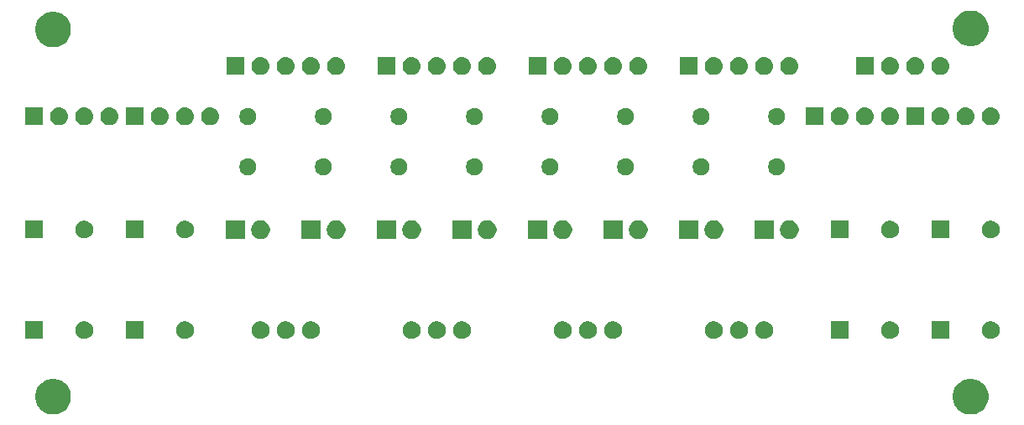
<source format=gbr>
G04 #@! TF.GenerationSoftware,KiCad,Pcbnew,(5.1.2-1)-1*
G04 #@! TF.CreationDate,2020-02-23T09:00:00-05:00*
G04 #@! TF.ProjectId,IO_Board,494f5f42-6f61-4726-942e-6b696361645f,rev?*
G04 #@! TF.SameCoordinates,Original*
G04 #@! TF.FileFunction,Soldermask,Bot*
G04 #@! TF.FilePolarity,Negative*
%FSLAX46Y46*%
G04 Gerber Fmt 4.6, Leading zero omitted, Abs format (unit mm)*
G04 Created by KiCad (PCBNEW (5.1.2-1)-1) date 2020-02-23 09:00:00*
%MOMM*%
%LPD*%
G04 APERTURE LIST*
%ADD10C,0.100000*%
G04 APERTURE END LIST*
D10*
G36*
X130573331Y-73553811D02*
G01*
X130901092Y-73689574D01*
X131196070Y-73886672D01*
X131446928Y-74137530D01*
X131644026Y-74432508D01*
X131779789Y-74760269D01*
X131849000Y-75108216D01*
X131849000Y-75462984D01*
X131779789Y-75810931D01*
X131644026Y-76138692D01*
X131446928Y-76433670D01*
X131196070Y-76684528D01*
X130901092Y-76881626D01*
X130573331Y-77017389D01*
X130225384Y-77086600D01*
X129870616Y-77086600D01*
X129522669Y-77017389D01*
X129194908Y-76881626D01*
X128899930Y-76684528D01*
X128649072Y-76433670D01*
X128451974Y-76138692D01*
X128316211Y-75810931D01*
X128247000Y-75462984D01*
X128247000Y-75108216D01*
X128316211Y-74760269D01*
X128451974Y-74432508D01*
X128649072Y-74137530D01*
X128899930Y-73886672D01*
X129194908Y-73689574D01*
X129522669Y-73553811D01*
X129870616Y-73484600D01*
X130225384Y-73484600D01*
X130573331Y-73553811D01*
X130573331Y-73553811D01*
G37*
G36*
X38015731Y-73553811D02*
G01*
X38343492Y-73689574D01*
X38638470Y-73886672D01*
X38889328Y-74137530D01*
X39086426Y-74432508D01*
X39222189Y-74760269D01*
X39291400Y-75108216D01*
X39291400Y-75462984D01*
X39222189Y-75810931D01*
X39086426Y-76138692D01*
X38889328Y-76433670D01*
X38638470Y-76684528D01*
X38343492Y-76881626D01*
X38015731Y-77017389D01*
X37667784Y-77086600D01*
X37313016Y-77086600D01*
X36965069Y-77017389D01*
X36637308Y-76881626D01*
X36342330Y-76684528D01*
X36091472Y-76433670D01*
X35894374Y-76138692D01*
X35758611Y-75810931D01*
X35689400Y-75462984D01*
X35689400Y-75108216D01*
X35758611Y-74760269D01*
X35894374Y-74432508D01*
X36091472Y-74137530D01*
X36342330Y-73886672D01*
X36637308Y-73689574D01*
X36965069Y-73553811D01*
X37313016Y-73484600D01*
X37667784Y-73484600D01*
X38015731Y-73553811D01*
X38015731Y-73553811D01*
G37*
G36*
X122182704Y-67713980D02*
G01*
X122346607Y-67781871D01*
X122494117Y-67880434D01*
X122619566Y-68005883D01*
X122718129Y-68153393D01*
X122786020Y-68317296D01*
X122820630Y-68491294D01*
X122820630Y-68668706D01*
X122786020Y-68842704D01*
X122718129Y-69006607D01*
X122619566Y-69154117D01*
X122494117Y-69279566D01*
X122346607Y-69378129D01*
X122182704Y-69446020D01*
X122008706Y-69480630D01*
X121831294Y-69480630D01*
X121657296Y-69446020D01*
X121493393Y-69378129D01*
X121345883Y-69279566D01*
X121220434Y-69154117D01*
X121121871Y-69006607D01*
X121053980Y-68842704D01*
X121019370Y-68668706D01*
X121019370Y-68491294D01*
X121053980Y-68317296D01*
X121121871Y-68153393D01*
X121220434Y-68005883D01*
X121345883Y-67880434D01*
X121493393Y-67781871D01*
X121657296Y-67713980D01*
X121831294Y-67679370D01*
X122008706Y-67679370D01*
X122182704Y-67713980D01*
X122182704Y-67713980D01*
G37*
G36*
X117740630Y-69480630D02*
G01*
X115939370Y-69480630D01*
X115939370Y-67679370D01*
X117740630Y-67679370D01*
X117740630Y-69480630D01*
X117740630Y-69480630D01*
G37*
G36*
X109482704Y-67713980D02*
G01*
X109646607Y-67781871D01*
X109794117Y-67880434D01*
X109919566Y-68005883D01*
X110018129Y-68153393D01*
X110086020Y-68317296D01*
X110120630Y-68491294D01*
X110120630Y-68668706D01*
X110086020Y-68842704D01*
X110018129Y-69006607D01*
X109919566Y-69154117D01*
X109794117Y-69279566D01*
X109646607Y-69378129D01*
X109482704Y-69446020D01*
X109308706Y-69480630D01*
X109131294Y-69480630D01*
X108957296Y-69446020D01*
X108793393Y-69378129D01*
X108645883Y-69279566D01*
X108520434Y-69154117D01*
X108421871Y-69006607D01*
X108353980Y-68842704D01*
X108319370Y-68668706D01*
X108319370Y-68491294D01*
X108353980Y-68317296D01*
X108421871Y-68153393D01*
X108520434Y-68005883D01*
X108645883Y-67880434D01*
X108793393Y-67781871D01*
X108957296Y-67713980D01*
X109131294Y-67679370D01*
X109308706Y-67679370D01*
X109482704Y-67713980D01*
X109482704Y-67713980D01*
G37*
G36*
X106942704Y-67713980D02*
G01*
X107106607Y-67781871D01*
X107254117Y-67880434D01*
X107379566Y-68005883D01*
X107478129Y-68153393D01*
X107546020Y-68317296D01*
X107580630Y-68491294D01*
X107580630Y-68668706D01*
X107546020Y-68842704D01*
X107478129Y-69006607D01*
X107379566Y-69154117D01*
X107254117Y-69279566D01*
X107106607Y-69378129D01*
X106942704Y-69446020D01*
X106768706Y-69480630D01*
X106591294Y-69480630D01*
X106417296Y-69446020D01*
X106253393Y-69378129D01*
X106105883Y-69279566D01*
X105980434Y-69154117D01*
X105881871Y-69006607D01*
X105813980Y-68842704D01*
X105779370Y-68668706D01*
X105779370Y-68491294D01*
X105813980Y-68317296D01*
X105881871Y-68153393D01*
X105980434Y-68005883D01*
X106105883Y-67880434D01*
X106253393Y-67781871D01*
X106417296Y-67713980D01*
X106591294Y-67679370D01*
X106768706Y-67679370D01*
X106942704Y-67713980D01*
X106942704Y-67713980D01*
G37*
G36*
X104402704Y-67713980D02*
G01*
X104566607Y-67781871D01*
X104714117Y-67880434D01*
X104839566Y-68005883D01*
X104938129Y-68153393D01*
X105006020Y-68317296D01*
X105040630Y-68491294D01*
X105040630Y-68668706D01*
X105006020Y-68842704D01*
X104938129Y-69006607D01*
X104839566Y-69154117D01*
X104714117Y-69279566D01*
X104566607Y-69378129D01*
X104402704Y-69446020D01*
X104228706Y-69480630D01*
X104051294Y-69480630D01*
X103877296Y-69446020D01*
X103713393Y-69378129D01*
X103565883Y-69279566D01*
X103440434Y-69154117D01*
X103341871Y-69006607D01*
X103273980Y-68842704D01*
X103239370Y-68668706D01*
X103239370Y-68491294D01*
X103273980Y-68317296D01*
X103341871Y-68153393D01*
X103440434Y-68005883D01*
X103565883Y-67880434D01*
X103713393Y-67781871D01*
X103877296Y-67713980D01*
X104051294Y-67679370D01*
X104228706Y-67679370D01*
X104402704Y-67713980D01*
X104402704Y-67713980D01*
G37*
G36*
X94242704Y-67713980D02*
G01*
X94406607Y-67781871D01*
X94554117Y-67880434D01*
X94679566Y-68005883D01*
X94778129Y-68153393D01*
X94846020Y-68317296D01*
X94880630Y-68491294D01*
X94880630Y-68668706D01*
X94846020Y-68842704D01*
X94778129Y-69006607D01*
X94679566Y-69154117D01*
X94554117Y-69279566D01*
X94406607Y-69378129D01*
X94242704Y-69446020D01*
X94068706Y-69480630D01*
X93891294Y-69480630D01*
X93717296Y-69446020D01*
X93553393Y-69378129D01*
X93405883Y-69279566D01*
X93280434Y-69154117D01*
X93181871Y-69006607D01*
X93113980Y-68842704D01*
X93079370Y-68668706D01*
X93079370Y-68491294D01*
X93113980Y-68317296D01*
X93181871Y-68153393D01*
X93280434Y-68005883D01*
X93405883Y-67880434D01*
X93553393Y-67781871D01*
X93717296Y-67713980D01*
X93891294Y-67679370D01*
X94068706Y-67679370D01*
X94242704Y-67713980D01*
X94242704Y-67713980D01*
G37*
G36*
X91702704Y-67713980D02*
G01*
X91866607Y-67781871D01*
X92014117Y-67880434D01*
X92139566Y-68005883D01*
X92238129Y-68153393D01*
X92306020Y-68317296D01*
X92340630Y-68491294D01*
X92340630Y-68668706D01*
X92306020Y-68842704D01*
X92238129Y-69006607D01*
X92139566Y-69154117D01*
X92014117Y-69279566D01*
X91866607Y-69378129D01*
X91702704Y-69446020D01*
X91528706Y-69480630D01*
X91351294Y-69480630D01*
X91177296Y-69446020D01*
X91013393Y-69378129D01*
X90865883Y-69279566D01*
X90740434Y-69154117D01*
X90641871Y-69006607D01*
X90573980Y-68842704D01*
X90539370Y-68668706D01*
X90539370Y-68491294D01*
X90573980Y-68317296D01*
X90641871Y-68153393D01*
X90740434Y-68005883D01*
X90865883Y-67880434D01*
X91013393Y-67781871D01*
X91177296Y-67713980D01*
X91351294Y-67679370D01*
X91528706Y-67679370D01*
X91702704Y-67713980D01*
X91702704Y-67713980D01*
G37*
G36*
X89162704Y-67713980D02*
G01*
X89326607Y-67781871D01*
X89474117Y-67880434D01*
X89599566Y-68005883D01*
X89698129Y-68153393D01*
X89766020Y-68317296D01*
X89800630Y-68491294D01*
X89800630Y-68668706D01*
X89766020Y-68842704D01*
X89698129Y-69006607D01*
X89599566Y-69154117D01*
X89474117Y-69279566D01*
X89326607Y-69378129D01*
X89162704Y-69446020D01*
X88988706Y-69480630D01*
X88811294Y-69480630D01*
X88637296Y-69446020D01*
X88473393Y-69378129D01*
X88325883Y-69279566D01*
X88200434Y-69154117D01*
X88101871Y-69006607D01*
X88033980Y-68842704D01*
X87999370Y-68668706D01*
X87999370Y-68491294D01*
X88033980Y-68317296D01*
X88101871Y-68153393D01*
X88200434Y-68005883D01*
X88325883Y-67880434D01*
X88473393Y-67781871D01*
X88637296Y-67713980D01*
X88811294Y-67679370D01*
X88988706Y-67679370D01*
X89162704Y-67713980D01*
X89162704Y-67713980D01*
G37*
G36*
X79002704Y-67713980D02*
G01*
X79166607Y-67781871D01*
X79314117Y-67880434D01*
X79439566Y-68005883D01*
X79538129Y-68153393D01*
X79606020Y-68317296D01*
X79640630Y-68491294D01*
X79640630Y-68668706D01*
X79606020Y-68842704D01*
X79538129Y-69006607D01*
X79439566Y-69154117D01*
X79314117Y-69279566D01*
X79166607Y-69378129D01*
X79002704Y-69446020D01*
X78828706Y-69480630D01*
X78651294Y-69480630D01*
X78477296Y-69446020D01*
X78313393Y-69378129D01*
X78165883Y-69279566D01*
X78040434Y-69154117D01*
X77941871Y-69006607D01*
X77873980Y-68842704D01*
X77839370Y-68668706D01*
X77839370Y-68491294D01*
X77873980Y-68317296D01*
X77941871Y-68153393D01*
X78040434Y-68005883D01*
X78165883Y-67880434D01*
X78313393Y-67781871D01*
X78477296Y-67713980D01*
X78651294Y-67679370D01*
X78828706Y-67679370D01*
X79002704Y-67713980D01*
X79002704Y-67713980D01*
G37*
G36*
X76462704Y-67713980D02*
G01*
X76626607Y-67781871D01*
X76774117Y-67880434D01*
X76899566Y-68005883D01*
X76998129Y-68153393D01*
X77066020Y-68317296D01*
X77100630Y-68491294D01*
X77100630Y-68668706D01*
X77066020Y-68842704D01*
X76998129Y-69006607D01*
X76899566Y-69154117D01*
X76774117Y-69279566D01*
X76626607Y-69378129D01*
X76462704Y-69446020D01*
X76288706Y-69480630D01*
X76111294Y-69480630D01*
X75937296Y-69446020D01*
X75773393Y-69378129D01*
X75625883Y-69279566D01*
X75500434Y-69154117D01*
X75401871Y-69006607D01*
X75333980Y-68842704D01*
X75299370Y-68668706D01*
X75299370Y-68491294D01*
X75333980Y-68317296D01*
X75401871Y-68153393D01*
X75500434Y-68005883D01*
X75625883Y-67880434D01*
X75773393Y-67781871D01*
X75937296Y-67713980D01*
X76111294Y-67679370D01*
X76288706Y-67679370D01*
X76462704Y-67713980D01*
X76462704Y-67713980D01*
G37*
G36*
X73922704Y-67713980D02*
G01*
X74086607Y-67781871D01*
X74234117Y-67880434D01*
X74359566Y-68005883D01*
X74458129Y-68153393D01*
X74526020Y-68317296D01*
X74560630Y-68491294D01*
X74560630Y-68668706D01*
X74526020Y-68842704D01*
X74458129Y-69006607D01*
X74359566Y-69154117D01*
X74234117Y-69279566D01*
X74086607Y-69378129D01*
X73922704Y-69446020D01*
X73748706Y-69480630D01*
X73571294Y-69480630D01*
X73397296Y-69446020D01*
X73233393Y-69378129D01*
X73085883Y-69279566D01*
X72960434Y-69154117D01*
X72861871Y-69006607D01*
X72793980Y-68842704D01*
X72759370Y-68668706D01*
X72759370Y-68491294D01*
X72793980Y-68317296D01*
X72861871Y-68153393D01*
X72960434Y-68005883D01*
X73085883Y-67880434D01*
X73233393Y-67781871D01*
X73397296Y-67713980D01*
X73571294Y-67679370D01*
X73748706Y-67679370D01*
X73922704Y-67713980D01*
X73922704Y-67713980D01*
G37*
G36*
X63762704Y-67713980D02*
G01*
X63926607Y-67781871D01*
X64074117Y-67880434D01*
X64199566Y-68005883D01*
X64298129Y-68153393D01*
X64366020Y-68317296D01*
X64400630Y-68491294D01*
X64400630Y-68668706D01*
X64366020Y-68842704D01*
X64298129Y-69006607D01*
X64199566Y-69154117D01*
X64074117Y-69279566D01*
X63926607Y-69378129D01*
X63762704Y-69446020D01*
X63588706Y-69480630D01*
X63411294Y-69480630D01*
X63237296Y-69446020D01*
X63073393Y-69378129D01*
X62925883Y-69279566D01*
X62800434Y-69154117D01*
X62701871Y-69006607D01*
X62633980Y-68842704D01*
X62599370Y-68668706D01*
X62599370Y-68491294D01*
X62633980Y-68317296D01*
X62701871Y-68153393D01*
X62800434Y-68005883D01*
X62925883Y-67880434D01*
X63073393Y-67781871D01*
X63237296Y-67713980D01*
X63411294Y-67679370D01*
X63588706Y-67679370D01*
X63762704Y-67713980D01*
X63762704Y-67713980D01*
G37*
G36*
X61222704Y-67713980D02*
G01*
X61386607Y-67781871D01*
X61534117Y-67880434D01*
X61659566Y-68005883D01*
X61758129Y-68153393D01*
X61826020Y-68317296D01*
X61860630Y-68491294D01*
X61860630Y-68668706D01*
X61826020Y-68842704D01*
X61758129Y-69006607D01*
X61659566Y-69154117D01*
X61534117Y-69279566D01*
X61386607Y-69378129D01*
X61222704Y-69446020D01*
X61048706Y-69480630D01*
X60871294Y-69480630D01*
X60697296Y-69446020D01*
X60533393Y-69378129D01*
X60385883Y-69279566D01*
X60260434Y-69154117D01*
X60161871Y-69006607D01*
X60093980Y-68842704D01*
X60059370Y-68668706D01*
X60059370Y-68491294D01*
X60093980Y-68317296D01*
X60161871Y-68153393D01*
X60260434Y-68005883D01*
X60385883Y-67880434D01*
X60533393Y-67781871D01*
X60697296Y-67713980D01*
X60871294Y-67679370D01*
X61048706Y-67679370D01*
X61222704Y-67713980D01*
X61222704Y-67713980D01*
G37*
G36*
X58682704Y-67713980D02*
G01*
X58846607Y-67781871D01*
X58994117Y-67880434D01*
X59119566Y-68005883D01*
X59218129Y-68153393D01*
X59286020Y-68317296D01*
X59320630Y-68491294D01*
X59320630Y-68668706D01*
X59286020Y-68842704D01*
X59218129Y-69006607D01*
X59119566Y-69154117D01*
X58994117Y-69279566D01*
X58846607Y-69378129D01*
X58682704Y-69446020D01*
X58508706Y-69480630D01*
X58331294Y-69480630D01*
X58157296Y-69446020D01*
X57993393Y-69378129D01*
X57845883Y-69279566D01*
X57720434Y-69154117D01*
X57621871Y-69006607D01*
X57553980Y-68842704D01*
X57519370Y-68668706D01*
X57519370Y-68491294D01*
X57553980Y-68317296D01*
X57621871Y-68153393D01*
X57720434Y-68005883D01*
X57845883Y-67880434D01*
X57993393Y-67781871D01*
X58157296Y-67713980D01*
X58331294Y-67679370D01*
X58508706Y-67679370D01*
X58682704Y-67713980D01*
X58682704Y-67713980D01*
G37*
G36*
X51062704Y-67713980D02*
G01*
X51226607Y-67781871D01*
X51374117Y-67880434D01*
X51499566Y-68005883D01*
X51598129Y-68153393D01*
X51666020Y-68317296D01*
X51700630Y-68491294D01*
X51700630Y-68668706D01*
X51666020Y-68842704D01*
X51598129Y-69006607D01*
X51499566Y-69154117D01*
X51374117Y-69279566D01*
X51226607Y-69378129D01*
X51062704Y-69446020D01*
X50888706Y-69480630D01*
X50711294Y-69480630D01*
X50537296Y-69446020D01*
X50373393Y-69378129D01*
X50225883Y-69279566D01*
X50100434Y-69154117D01*
X50001871Y-69006607D01*
X49933980Y-68842704D01*
X49899370Y-68668706D01*
X49899370Y-68491294D01*
X49933980Y-68317296D01*
X50001871Y-68153393D01*
X50100434Y-68005883D01*
X50225883Y-67880434D01*
X50373393Y-67781871D01*
X50537296Y-67713980D01*
X50711294Y-67679370D01*
X50888706Y-67679370D01*
X51062704Y-67713980D01*
X51062704Y-67713980D01*
G37*
G36*
X46620630Y-69480630D02*
G01*
X44819370Y-69480630D01*
X44819370Y-67679370D01*
X46620630Y-67679370D01*
X46620630Y-69480630D01*
X46620630Y-69480630D01*
G37*
G36*
X40902704Y-67713980D02*
G01*
X41066607Y-67781871D01*
X41214117Y-67880434D01*
X41339566Y-68005883D01*
X41438129Y-68153393D01*
X41506020Y-68317296D01*
X41540630Y-68491294D01*
X41540630Y-68668706D01*
X41506020Y-68842704D01*
X41438129Y-69006607D01*
X41339566Y-69154117D01*
X41214117Y-69279566D01*
X41066607Y-69378129D01*
X40902704Y-69446020D01*
X40728706Y-69480630D01*
X40551294Y-69480630D01*
X40377296Y-69446020D01*
X40213393Y-69378129D01*
X40065883Y-69279566D01*
X39940434Y-69154117D01*
X39841871Y-69006607D01*
X39773980Y-68842704D01*
X39739370Y-68668706D01*
X39739370Y-68491294D01*
X39773980Y-68317296D01*
X39841871Y-68153393D01*
X39940434Y-68005883D01*
X40065883Y-67880434D01*
X40213393Y-67781871D01*
X40377296Y-67713980D01*
X40551294Y-67679370D01*
X40728706Y-67679370D01*
X40902704Y-67713980D01*
X40902704Y-67713980D01*
G37*
G36*
X36460630Y-69480630D02*
G01*
X34659370Y-69480630D01*
X34659370Y-67679370D01*
X36460630Y-67679370D01*
X36460630Y-69480630D01*
X36460630Y-69480630D01*
G37*
G36*
X127900630Y-69480630D02*
G01*
X126099370Y-69480630D01*
X126099370Y-67679370D01*
X127900630Y-67679370D01*
X127900630Y-69480630D01*
X127900630Y-69480630D01*
G37*
G36*
X132342704Y-67713980D02*
G01*
X132506607Y-67781871D01*
X132654117Y-67880434D01*
X132779566Y-68005883D01*
X132878129Y-68153393D01*
X132946020Y-68317296D01*
X132980630Y-68491294D01*
X132980630Y-68668706D01*
X132946020Y-68842704D01*
X132878129Y-69006607D01*
X132779566Y-69154117D01*
X132654117Y-69279566D01*
X132506607Y-69378129D01*
X132342704Y-69446020D01*
X132168706Y-69480630D01*
X131991294Y-69480630D01*
X131817296Y-69446020D01*
X131653393Y-69378129D01*
X131505883Y-69279566D01*
X131380434Y-69154117D01*
X131281871Y-69006607D01*
X131213980Y-68842704D01*
X131179370Y-68668706D01*
X131179370Y-68491294D01*
X131213980Y-68317296D01*
X131281871Y-68153393D01*
X131380434Y-68005883D01*
X131505883Y-67880434D01*
X131653393Y-67781871D01*
X131817296Y-67713980D01*
X131991294Y-67679370D01*
X132168706Y-67679370D01*
X132342704Y-67713980D01*
X132342704Y-67713980D01*
G37*
G36*
X110171000Y-59371000D02*
G01*
X108269000Y-59371000D01*
X108269000Y-57469000D01*
X110171000Y-57469000D01*
X110171000Y-59371000D01*
X110171000Y-59371000D01*
G37*
G36*
X56831000Y-59371000D02*
G01*
X54929000Y-59371000D01*
X54929000Y-57469000D01*
X56831000Y-57469000D01*
X56831000Y-59371000D01*
X56831000Y-59371000D01*
G37*
G36*
X112037395Y-57505546D02*
G01*
X112210466Y-57577234D01*
X112210467Y-57577235D01*
X112366227Y-57681310D01*
X112498690Y-57813773D01*
X112498691Y-57813775D01*
X112602766Y-57969534D01*
X112674454Y-58142605D01*
X112711000Y-58326333D01*
X112711000Y-58513667D01*
X112674454Y-58697395D01*
X112602766Y-58870466D01*
X112602765Y-58870467D01*
X112498690Y-59026227D01*
X112366227Y-59158690D01*
X112287818Y-59211081D01*
X112210466Y-59262766D01*
X112037395Y-59334454D01*
X111853667Y-59371000D01*
X111666333Y-59371000D01*
X111482605Y-59334454D01*
X111309534Y-59262766D01*
X111232182Y-59211081D01*
X111153773Y-59158690D01*
X111021310Y-59026227D01*
X110917235Y-58870467D01*
X110917234Y-58870466D01*
X110845546Y-58697395D01*
X110809000Y-58513667D01*
X110809000Y-58326333D01*
X110845546Y-58142605D01*
X110917234Y-57969534D01*
X111021309Y-57813775D01*
X111021310Y-57813773D01*
X111153773Y-57681310D01*
X111309533Y-57577235D01*
X111309534Y-57577234D01*
X111482605Y-57505546D01*
X111666333Y-57469000D01*
X111853667Y-57469000D01*
X112037395Y-57505546D01*
X112037395Y-57505546D01*
G37*
G36*
X104417395Y-57505546D02*
G01*
X104590466Y-57577234D01*
X104590467Y-57577235D01*
X104746227Y-57681310D01*
X104878690Y-57813773D01*
X104878691Y-57813775D01*
X104982766Y-57969534D01*
X105054454Y-58142605D01*
X105091000Y-58326333D01*
X105091000Y-58513667D01*
X105054454Y-58697395D01*
X104982766Y-58870466D01*
X104982765Y-58870467D01*
X104878690Y-59026227D01*
X104746227Y-59158690D01*
X104667818Y-59211081D01*
X104590466Y-59262766D01*
X104417395Y-59334454D01*
X104233667Y-59371000D01*
X104046333Y-59371000D01*
X103862605Y-59334454D01*
X103689534Y-59262766D01*
X103612182Y-59211081D01*
X103533773Y-59158690D01*
X103401310Y-59026227D01*
X103297235Y-58870467D01*
X103297234Y-58870466D01*
X103225546Y-58697395D01*
X103189000Y-58513667D01*
X103189000Y-58326333D01*
X103225546Y-58142605D01*
X103297234Y-57969534D01*
X103401309Y-57813775D01*
X103401310Y-57813773D01*
X103533773Y-57681310D01*
X103689533Y-57577235D01*
X103689534Y-57577234D01*
X103862605Y-57505546D01*
X104046333Y-57469000D01*
X104233667Y-57469000D01*
X104417395Y-57505546D01*
X104417395Y-57505546D01*
G37*
G36*
X102551000Y-59371000D02*
G01*
X100649000Y-59371000D01*
X100649000Y-57469000D01*
X102551000Y-57469000D01*
X102551000Y-59371000D01*
X102551000Y-59371000D01*
G37*
G36*
X79691000Y-59371000D02*
G01*
X77789000Y-59371000D01*
X77789000Y-57469000D01*
X79691000Y-57469000D01*
X79691000Y-59371000D01*
X79691000Y-59371000D01*
G37*
G36*
X81557395Y-57505546D02*
G01*
X81730466Y-57577234D01*
X81730467Y-57577235D01*
X81886227Y-57681310D01*
X82018690Y-57813773D01*
X82018691Y-57813775D01*
X82122766Y-57969534D01*
X82194454Y-58142605D01*
X82231000Y-58326333D01*
X82231000Y-58513667D01*
X82194454Y-58697395D01*
X82122766Y-58870466D01*
X82122765Y-58870467D01*
X82018690Y-59026227D01*
X81886227Y-59158690D01*
X81807818Y-59211081D01*
X81730466Y-59262766D01*
X81557395Y-59334454D01*
X81373667Y-59371000D01*
X81186333Y-59371000D01*
X81002605Y-59334454D01*
X80829534Y-59262766D01*
X80752182Y-59211081D01*
X80673773Y-59158690D01*
X80541310Y-59026227D01*
X80437235Y-58870467D01*
X80437234Y-58870466D01*
X80365546Y-58697395D01*
X80329000Y-58513667D01*
X80329000Y-58326333D01*
X80365546Y-58142605D01*
X80437234Y-57969534D01*
X80541309Y-57813775D01*
X80541310Y-57813773D01*
X80673773Y-57681310D01*
X80829533Y-57577235D01*
X80829534Y-57577234D01*
X81002605Y-57505546D01*
X81186333Y-57469000D01*
X81373667Y-57469000D01*
X81557395Y-57505546D01*
X81557395Y-57505546D01*
G37*
G36*
X73937395Y-57505546D02*
G01*
X74110466Y-57577234D01*
X74110467Y-57577235D01*
X74266227Y-57681310D01*
X74398690Y-57813773D01*
X74398691Y-57813775D01*
X74502766Y-57969534D01*
X74574454Y-58142605D01*
X74611000Y-58326333D01*
X74611000Y-58513667D01*
X74574454Y-58697395D01*
X74502766Y-58870466D01*
X74502765Y-58870467D01*
X74398690Y-59026227D01*
X74266227Y-59158690D01*
X74187818Y-59211081D01*
X74110466Y-59262766D01*
X73937395Y-59334454D01*
X73753667Y-59371000D01*
X73566333Y-59371000D01*
X73382605Y-59334454D01*
X73209534Y-59262766D01*
X73132182Y-59211081D01*
X73053773Y-59158690D01*
X72921310Y-59026227D01*
X72817235Y-58870467D01*
X72817234Y-58870466D01*
X72745546Y-58697395D01*
X72709000Y-58513667D01*
X72709000Y-58326333D01*
X72745546Y-58142605D01*
X72817234Y-57969534D01*
X72921309Y-57813775D01*
X72921310Y-57813773D01*
X73053773Y-57681310D01*
X73209533Y-57577235D01*
X73209534Y-57577234D01*
X73382605Y-57505546D01*
X73566333Y-57469000D01*
X73753667Y-57469000D01*
X73937395Y-57505546D01*
X73937395Y-57505546D01*
G37*
G36*
X72071000Y-59371000D02*
G01*
X70169000Y-59371000D01*
X70169000Y-57469000D01*
X72071000Y-57469000D01*
X72071000Y-59371000D01*
X72071000Y-59371000D01*
G37*
G36*
X94931000Y-59371000D02*
G01*
X93029000Y-59371000D01*
X93029000Y-57469000D01*
X94931000Y-57469000D01*
X94931000Y-59371000D01*
X94931000Y-59371000D01*
G37*
G36*
X96797395Y-57505546D02*
G01*
X96970466Y-57577234D01*
X96970467Y-57577235D01*
X97126227Y-57681310D01*
X97258690Y-57813773D01*
X97258691Y-57813775D01*
X97362766Y-57969534D01*
X97434454Y-58142605D01*
X97471000Y-58326333D01*
X97471000Y-58513667D01*
X97434454Y-58697395D01*
X97362766Y-58870466D01*
X97362765Y-58870467D01*
X97258690Y-59026227D01*
X97126227Y-59158690D01*
X97047818Y-59211081D01*
X96970466Y-59262766D01*
X96797395Y-59334454D01*
X96613667Y-59371000D01*
X96426333Y-59371000D01*
X96242605Y-59334454D01*
X96069534Y-59262766D01*
X95992182Y-59211081D01*
X95913773Y-59158690D01*
X95781310Y-59026227D01*
X95677235Y-58870467D01*
X95677234Y-58870466D01*
X95605546Y-58697395D01*
X95569000Y-58513667D01*
X95569000Y-58326333D01*
X95605546Y-58142605D01*
X95677234Y-57969534D01*
X95781309Y-57813775D01*
X95781310Y-57813773D01*
X95913773Y-57681310D01*
X96069533Y-57577235D01*
X96069534Y-57577234D01*
X96242605Y-57505546D01*
X96426333Y-57469000D01*
X96613667Y-57469000D01*
X96797395Y-57505546D01*
X96797395Y-57505546D01*
G37*
G36*
X89177395Y-57505546D02*
G01*
X89350466Y-57577234D01*
X89350467Y-57577235D01*
X89506227Y-57681310D01*
X89638690Y-57813773D01*
X89638691Y-57813775D01*
X89742766Y-57969534D01*
X89814454Y-58142605D01*
X89851000Y-58326333D01*
X89851000Y-58513667D01*
X89814454Y-58697395D01*
X89742766Y-58870466D01*
X89742765Y-58870467D01*
X89638690Y-59026227D01*
X89506227Y-59158690D01*
X89427818Y-59211081D01*
X89350466Y-59262766D01*
X89177395Y-59334454D01*
X88993667Y-59371000D01*
X88806333Y-59371000D01*
X88622605Y-59334454D01*
X88449534Y-59262766D01*
X88372182Y-59211081D01*
X88293773Y-59158690D01*
X88161310Y-59026227D01*
X88057235Y-58870467D01*
X88057234Y-58870466D01*
X87985546Y-58697395D01*
X87949000Y-58513667D01*
X87949000Y-58326333D01*
X87985546Y-58142605D01*
X88057234Y-57969534D01*
X88161309Y-57813775D01*
X88161310Y-57813773D01*
X88293773Y-57681310D01*
X88449533Y-57577235D01*
X88449534Y-57577234D01*
X88622605Y-57505546D01*
X88806333Y-57469000D01*
X88993667Y-57469000D01*
X89177395Y-57505546D01*
X89177395Y-57505546D01*
G37*
G36*
X87311000Y-59371000D02*
G01*
X85409000Y-59371000D01*
X85409000Y-57469000D01*
X87311000Y-57469000D01*
X87311000Y-59371000D01*
X87311000Y-59371000D01*
G37*
G36*
X64451000Y-59371000D02*
G01*
X62549000Y-59371000D01*
X62549000Y-57469000D01*
X64451000Y-57469000D01*
X64451000Y-59371000D01*
X64451000Y-59371000D01*
G37*
G36*
X66317395Y-57505546D02*
G01*
X66490466Y-57577234D01*
X66490467Y-57577235D01*
X66646227Y-57681310D01*
X66778690Y-57813773D01*
X66778691Y-57813775D01*
X66882766Y-57969534D01*
X66954454Y-58142605D01*
X66991000Y-58326333D01*
X66991000Y-58513667D01*
X66954454Y-58697395D01*
X66882766Y-58870466D01*
X66882765Y-58870467D01*
X66778690Y-59026227D01*
X66646227Y-59158690D01*
X66567818Y-59211081D01*
X66490466Y-59262766D01*
X66317395Y-59334454D01*
X66133667Y-59371000D01*
X65946333Y-59371000D01*
X65762605Y-59334454D01*
X65589534Y-59262766D01*
X65512182Y-59211081D01*
X65433773Y-59158690D01*
X65301310Y-59026227D01*
X65197235Y-58870467D01*
X65197234Y-58870466D01*
X65125546Y-58697395D01*
X65089000Y-58513667D01*
X65089000Y-58326333D01*
X65125546Y-58142605D01*
X65197234Y-57969534D01*
X65301309Y-57813775D01*
X65301310Y-57813773D01*
X65433773Y-57681310D01*
X65589533Y-57577235D01*
X65589534Y-57577234D01*
X65762605Y-57505546D01*
X65946333Y-57469000D01*
X66133667Y-57469000D01*
X66317395Y-57505546D01*
X66317395Y-57505546D01*
G37*
G36*
X58697395Y-57505546D02*
G01*
X58870466Y-57577234D01*
X58870467Y-57577235D01*
X59026227Y-57681310D01*
X59158690Y-57813773D01*
X59158691Y-57813775D01*
X59262766Y-57969534D01*
X59334454Y-58142605D01*
X59371000Y-58326333D01*
X59371000Y-58513667D01*
X59334454Y-58697395D01*
X59262766Y-58870466D01*
X59262765Y-58870467D01*
X59158690Y-59026227D01*
X59026227Y-59158690D01*
X58947818Y-59211081D01*
X58870466Y-59262766D01*
X58697395Y-59334454D01*
X58513667Y-59371000D01*
X58326333Y-59371000D01*
X58142605Y-59334454D01*
X57969534Y-59262766D01*
X57892182Y-59211081D01*
X57813773Y-59158690D01*
X57681310Y-59026227D01*
X57577235Y-58870467D01*
X57577234Y-58870466D01*
X57505546Y-58697395D01*
X57469000Y-58513667D01*
X57469000Y-58326333D01*
X57505546Y-58142605D01*
X57577234Y-57969534D01*
X57681309Y-57813775D01*
X57681310Y-57813773D01*
X57813773Y-57681310D01*
X57969533Y-57577235D01*
X57969534Y-57577234D01*
X58142605Y-57505546D01*
X58326333Y-57469000D01*
X58513667Y-57469000D01*
X58697395Y-57505546D01*
X58697395Y-57505546D01*
G37*
G36*
X36460630Y-59320630D02*
G01*
X34659370Y-59320630D01*
X34659370Y-57519370D01*
X36460630Y-57519370D01*
X36460630Y-59320630D01*
X36460630Y-59320630D01*
G37*
G36*
X40902704Y-57553980D02*
G01*
X41066607Y-57621871D01*
X41214117Y-57720434D01*
X41339566Y-57845883D01*
X41438129Y-57993393D01*
X41506020Y-58157296D01*
X41540630Y-58331294D01*
X41540630Y-58508706D01*
X41506020Y-58682704D01*
X41438129Y-58846607D01*
X41339566Y-58994117D01*
X41214117Y-59119566D01*
X41066607Y-59218129D01*
X40902704Y-59286020D01*
X40728706Y-59320630D01*
X40551294Y-59320630D01*
X40377296Y-59286020D01*
X40213393Y-59218129D01*
X40065883Y-59119566D01*
X39940434Y-58994117D01*
X39841871Y-58846607D01*
X39773980Y-58682704D01*
X39739370Y-58508706D01*
X39739370Y-58331294D01*
X39773980Y-58157296D01*
X39841871Y-57993393D01*
X39940434Y-57845883D01*
X40065883Y-57720434D01*
X40213393Y-57621871D01*
X40377296Y-57553980D01*
X40551294Y-57519370D01*
X40728706Y-57519370D01*
X40902704Y-57553980D01*
X40902704Y-57553980D01*
G37*
G36*
X132342704Y-57553980D02*
G01*
X132506607Y-57621871D01*
X132654117Y-57720434D01*
X132779566Y-57845883D01*
X132878129Y-57993393D01*
X132946020Y-58157296D01*
X132980630Y-58331294D01*
X132980630Y-58508706D01*
X132946020Y-58682704D01*
X132878129Y-58846607D01*
X132779566Y-58994117D01*
X132654117Y-59119566D01*
X132506607Y-59218129D01*
X132342704Y-59286020D01*
X132168706Y-59320630D01*
X131991294Y-59320630D01*
X131817296Y-59286020D01*
X131653393Y-59218129D01*
X131505883Y-59119566D01*
X131380434Y-58994117D01*
X131281871Y-58846607D01*
X131213980Y-58682704D01*
X131179370Y-58508706D01*
X131179370Y-58331294D01*
X131213980Y-58157296D01*
X131281871Y-57993393D01*
X131380434Y-57845883D01*
X131505883Y-57720434D01*
X131653393Y-57621871D01*
X131817296Y-57553980D01*
X131991294Y-57519370D01*
X132168706Y-57519370D01*
X132342704Y-57553980D01*
X132342704Y-57553980D01*
G37*
G36*
X127900630Y-59320630D02*
G01*
X126099370Y-59320630D01*
X126099370Y-57519370D01*
X127900630Y-57519370D01*
X127900630Y-59320630D01*
X127900630Y-59320630D01*
G37*
G36*
X122182704Y-57553980D02*
G01*
X122346607Y-57621871D01*
X122494117Y-57720434D01*
X122619566Y-57845883D01*
X122718129Y-57993393D01*
X122786020Y-58157296D01*
X122820630Y-58331294D01*
X122820630Y-58508706D01*
X122786020Y-58682704D01*
X122718129Y-58846607D01*
X122619566Y-58994117D01*
X122494117Y-59119566D01*
X122346607Y-59218129D01*
X122182704Y-59286020D01*
X122008706Y-59320630D01*
X121831294Y-59320630D01*
X121657296Y-59286020D01*
X121493393Y-59218129D01*
X121345883Y-59119566D01*
X121220434Y-58994117D01*
X121121871Y-58846607D01*
X121053980Y-58682704D01*
X121019370Y-58508706D01*
X121019370Y-58331294D01*
X121053980Y-58157296D01*
X121121871Y-57993393D01*
X121220434Y-57845883D01*
X121345883Y-57720434D01*
X121493393Y-57621871D01*
X121657296Y-57553980D01*
X121831294Y-57519370D01*
X122008706Y-57519370D01*
X122182704Y-57553980D01*
X122182704Y-57553980D01*
G37*
G36*
X117740630Y-59320630D02*
G01*
X115939370Y-59320630D01*
X115939370Y-57519370D01*
X117740630Y-57519370D01*
X117740630Y-59320630D01*
X117740630Y-59320630D01*
G37*
G36*
X51062704Y-57553980D02*
G01*
X51226607Y-57621871D01*
X51374117Y-57720434D01*
X51499566Y-57845883D01*
X51598129Y-57993393D01*
X51666020Y-58157296D01*
X51700630Y-58331294D01*
X51700630Y-58508706D01*
X51666020Y-58682704D01*
X51598129Y-58846607D01*
X51499566Y-58994117D01*
X51374117Y-59119566D01*
X51226607Y-59218129D01*
X51062704Y-59286020D01*
X50888706Y-59320630D01*
X50711294Y-59320630D01*
X50537296Y-59286020D01*
X50373393Y-59218129D01*
X50225883Y-59119566D01*
X50100434Y-58994117D01*
X50001871Y-58846607D01*
X49933980Y-58682704D01*
X49899370Y-58508706D01*
X49899370Y-58331294D01*
X49933980Y-58157296D01*
X50001871Y-57993393D01*
X50100434Y-57845883D01*
X50225883Y-57720434D01*
X50373393Y-57621871D01*
X50537296Y-57553980D01*
X50711294Y-57519370D01*
X50888706Y-57519370D01*
X51062704Y-57553980D01*
X51062704Y-57553980D01*
G37*
G36*
X46620630Y-59320630D02*
G01*
X44819370Y-59320630D01*
X44819370Y-57519370D01*
X46620630Y-57519370D01*
X46620630Y-59320630D01*
X46620630Y-59320630D01*
G37*
G36*
X57398228Y-51251703D02*
G01*
X57553100Y-51315853D01*
X57692481Y-51408985D01*
X57811015Y-51527519D01*
X57904147Y-51666900D01*
X57968297Y-51821772D01*
X58001000Y-51986184D01*
X58001000Y-52153816D01*
X57968297Y-52318228D01*
X57904147Y-52473100D01*
X57811015Y-52612481D01*
X57692481Y-52731015D01*
X57553100Y-52824147D01*
X57398228Y-52888297D01*
X57233816Y-52921000D01*
X57066184Y-52921000D01*
X56901772Y-52888297D01*
X56746900Y-52824147D01*
X56607519Y-52731015D01*
X56488985Y-52612481D01*
X56395853Y-52473100D01*
X56331703Y-52318228D01*
X56299000Y-52153816D01*
X56299000Y-51986184D01*
X56331703Y-51821772D01*
X56395853Y-51666900D01*
X56488985Y-51527519D01*
X56607519Y-51408985D01*
X56746900Y-51315853D01*
X56901772Y-51251703D01*
X57066184Y-51219000D01*
X57233816Y-51219000D01*
X57398228Y-51251703D01*
X57398228Y-51251703D01*
G37*
G36*
X65018228Y-51251703D02*
G01*
X65173100Y-51315853D01*
X65312481Y-51408985D01*
X65431015Y-51527519D01*
X65524147Y-51666900D01*
X65588297Y-51821772D01*
X65621000Y-51986184D01*
X65621000Y-52153816D01*
X65588297Y-52318228D01*
X65524147Y-52473100D01*
X65431015Y-52612481D01*
X65312481Y-52731015D01*
X65173100Y-52824147D01*
X65018228Y-52888297D01*
X64853816Y-52921000D01*
X64686184Y-52921000D01*
X64521772Y-52888297D01*
X64366900Y-52824147D01*
X64227519Y-52731015D01*
X64108985Y-52612481D01*
X64015853Y-52473100D01*
X63951703Y-52318228D01*
X63919000Y-52153816D01*
X63919000Y-51986184D01*
X63951703Y-51821772D01*
X64015853Y-51666900D01*
X64108985Y-51527519D01*
X64227519Y-51408985D01*
X64366900Y-51315853D01*
X64521772Y-51251703D01*
X64686184Y-51219000D01*
X64853816Y-51219000D01*
X65018228Y-51251703D01*
X65018228Y-51251703D01*
G37*
G36*
X87878228Y-51251703D02*
G01*
X88033100Y-51315853D01*
X88172481Y-51408985D01*
X88291015Y-51527519D01*
X88384147Y-51666900D01*
X88448297Y-51821772D01*
X88481000Y-51986184D01*
X88481000Y-52153816D01*
X88448297Y-52318228D01*
X88384147Y-52473100D01*
X88291015Y-52612481D01*
X88172481Y-52731015D01*
X88033100Y-52824147D01*
X87878228Y-52888297D01*
X87713816Y-52921000D01*
X87546184Y-52921000D01*
X87381772Y-52888297D01*
X87226900Y-52824147D01*
X87087519Y-52731015D01*
X86968985Y-52612481D01*
X86875853Y-52473100D01*
X86811703Y-52318228D01*
X86779000Y-52153816D01*
X86779000Y-51986184D01*
X86811703Y-51821772D01*
X86875853Y-51666900D01*
X86968985Y-51527519D01*
X87087519Y-51408985D01*
X87226900Y-51315853D01*
X87381772Y-51251703D01*
X87546184Y-51219000D01*
X87713816Y-51219000D01*
X87878228Y-51251703D01*
X87878228Y-51251703D01*
G37*
G36*
X95498228Y-51251703D02*
G01*
X95653100Y-51315853D01*
X95792481Y-51408985D01*
X95911015Y-51527519D01*
X96004147Y-51666900D01*
X96068297Y-51821772D01*
X96101000Y-51986184D01*
X96101000Y-52153816D01*
X96068297Y-52318228D01*
X96004147Y-52473100D01*
X95911015Y-52612481D01*
X95792481Y-52731015D01*
X95653100Y-52824147D01*
X95498228Y-52888297D01*
X95333816Y-52921000D01*
X95166184Y-52921000D01*
X95001772Y-52888297D01*
X94846900Y-52824147D01*
X94707519Y-52731015D01*
X94588985Y-52612481D01*
X94495853Y-52473100D01*
X94431703Y-52318228D01*
X94399000Y-52153816D01*
X94399000Y-51986184D01*
X94431703Y-51821772D01*
X94495853Y-51666900D01*
X94588985Y-51527519D01*
X94707519Y-51408985D01*
X94846900Y-51315853D01*
X95001772Y-51251703D01*
X95166184Y-51219000D01*
X95333816Y-51219000D01*
X95498228Y-51251703D01*
X95498228Y-51251703D01*
G37*
G36*
X72638228Y-51251703D02*
G01*
X72793100Y-51315853D01*
X72932481Y-51408985D01*
X73051015Y-51527519D01*
X73144147Y-51666900D01*
X73208297Y-51821772D01*
X73241000Y-51986184D01*
X73241000Y-52153816D01*
X73208297Y-52318228D01*
X73144147Y-52473100D01*
X73051015Y-52612481D01*
X72932481Y-52731015D01*
X72793100Y-52824147D01*
X72638228Y-52888297D01*
X72473816Y-52921000D01*
X72306184Y-52921000D01*
X72141772Y-52888297D01*
X71986900Y-52824147D01*
X71847519Y-52731015D01*
X71728985Y-52612481D01*
X71635853Y-52473100D01*
X71571703Y-52318228D01*
X71539000Y-52153816D01*
X71539000Y-51986184D01*
X71571703Y-51821772D01*
X71635853Y-51666900D01*
X71728985Y-51527519D01*
X71847519Y-51408985D01*
X71986900Y-51315853D01*
X72141772Y-51251703D01*
X72306184Y-51219000D01*
X72473816Y-51219000D01*
X72638228Y-51251703D01*
X72638228Y-51251703D01*
G37*
G36*
X80258228Y-51251703D02*
G01*
X80413100Y-51315853D01*
X80552481Y-51408985D01*
X80671015Y-51527519D01*
X80764147Y-51666900D01*
X80828297Y-51821772D01*
X80861000Y-51986184D01*
X80861000Y-52153816D01*
X80828297Y-52318228D01*
X80764147Y-52473100D01*
X80671015Y-52612481D01*
X80552481Y-52731015D01*
X80413100Y-52824147D01*
X80258228Y-52888297D01*
X80093816Y-52921000D01*
X79926184Y-52921000D01*
X79761772Y-52888297D01*
X79606900Y-52824147D01*
X79467519Y-52731015D01*
X79348985Y-52612481D01*
X79255853Y-52473100D01*
X79191703Y-52318228D01*
X79159000Y-52153816D01*
X79159000Y-51986184D01*
X79191703Y-51821772D01*
X79255853Y-51666900D01*
X79348985Y-51527519D01*
X79467519Y-51408985D01*
X79606900Y-51315853D01*
X79761772Y-51251703D01*
X79926184Y-51219000D01*
X80093816Y-51219000D01*
X80258228Y-51251703D01*
X80258228Y-51251703D01*
G37*
G36*
X103118228Y-51251703D02*
G01*
X103273100Y-51315853D01*
X103412481Y-51408985D01*
X103531015Y-51527519D01*
X103624147Y-51666900D01*
X103688297Y-51821772D01*
X103721000Y-51986184D01*
X103721000Y-52153816D01*
X103688297Y-52318228D01*
X103624147Y-52473100D01*
X103531015Y-52612481D01*
X103412481Y-52731015D01*
X103273100Y-52824147D01*
X103118228Y-52888297D01*
X102953816Y-52921000D01*
X102786184Y-52921000D01*
X102621772Y-52888297D01*
X102466900Y-52824147D01*
X102327519Y-52731015D01*
X102208985Y-52612481D01*
X102115853Y-52473100D01*
X102051703Y-52318228D01*
X102019000Y-52153816D01*
X102019000Y-51986184D01*
X102051703Y-51821772D01*
X102115853Y-51666900D01*
X102208985Y-51527519D01*
X102327519Y-51408985D01*
X102466900Y-51315853D01*
X102621772Y-51251703D01*
X102786184Y-51219000D01*
X102953816Y-51219000D01*
X103118228Y-51251703D01*
X103118228Y-51251703D01*
G37*
G36*
X110738228Y-51251703D02*
G01*
X110893100Y-51315853D01*
X111032481Y-51408985D01*
X111151015Y-51527519D01*
X111244147Y-51666900D01*
X111308297Y-51821772D01*
X111341000Y-51986184D01*
X111341000Y-52153816D01*
X111308297Y-52318228D01*
X111244147Y-52473100D01*
X111151015Y-52612481D01*
X111032481Y-52731015D01*
X110893100Y-52824147D01*
X110738228Y-52888297D01*
X110573816Y-52921000D01*
X110406184Y-52921000D01*
X110241772Y-52888297D01*
X110086900Y-52824147D01*
X109947519Y-52731015D01*
X109828985Y-52612481D01*
X109735853Y-52473100D01*
X109671703Y-52318228D01*
X109639000Y-52153816D01*
X109639000Y-51986184D01*
X109671703Y-51821772D01*
X109735853Y-51666900D01*
X109828985Y-51527519D01*
X109947519Y-51408985D01*
X110086900Y-51315853D01*
X110241772Y-51251703D01*
X110406184Y-51219000D01*
X110573816Y-51219000D01*
X110738228Y-51251703D01*
X110738228Y-51251703D01*
G37*
G36*
X115201000Y-47891000D02*
G01*
X113399000Y-47891000D01*
X113399000Y-46089000D01*
X115201000Y-46089000D01*
X115201000Y-47891000D01*
X115201000Y-47891000D01*
G37*
G36*
X116950442Y-46095518D02*
G01*
X117016627Y-46102037D01*
X117186466Y-46153557D01*
X117342991Y-46237222D01*
X117378729Y-46266552D01*
X117480186Y-46349814D01*
X117560369Y-46447519D01*
X117592778Y-46487009D01*
X117676443Y-46643534D01*
X117727963Y-46813373D01*
X117745359Y-46990000D01*
X117727963Y-47166627D01*
X117676443Y-47336466D01*
X117592778Y-47492991D01*
X117563448Y-47528729D01*
X117480186Y-47630186D01*
X117378729Y-47713448D01*
X117342991Y-47742778D01*
X117186466Y-47826443D01*
X117016627Y-47877963D01*
X116950443Y-47884481D01*
X116884260Y-47891000D01*
X116795740Y-47891000D01*
X116729557Y-47884481D01*
X116663373Y-47877963D01*
X116493534Y-47826443D01*
X116337009Y-47742778D01*
X116301271Y-47713448D01*
X116199814Y-47630186D01*
X116116552Y-47528729D01*
X116087222Y-47492991D01*
X116003557Y-47336466D01*
X115952037Y-47166627D01*
X115934641Y-46990000D01*
X115952037Y-46813373D01*
X116003557Y-46643534D01*
X116087222Y-46487009D01*
X116119631Y-46447519D01*
X116199814Y-46349814D01*
X116301271Y-46266552D01*
X116337009Y-46237222D01*
X116493534Y-46153557D01*
X116663373Y-46102037D01*
X116729558Y-46095518D01*
X116795740Y-46089000D01*
X116884260Y-46089000D01*
X116950442Y-46095518D01*
X116950442Y-46095518D01*
G37*
G36*
X119490442Y-46095518D02*
G01*
X119556627Y-46102037D01*
X119726466Y-46153557D01*
X119882991Y-46237222D01*
X119918729Y-46266552D01*
X120020186Y-46349814D01*
X120100369Y-46447519D01*
X120132778Y-46487009D01*
X120216443Y-46643534D01*
X120267963Y-46813373D01*
X120285359Y-46990000D01*
X120267963Y-47166627D01*
X120216443Y-47336466D01*
X120132778Y-47492991D01*
X120103448Y-47528729D01*
X120020186Y-47630186D01*
X119918729Y-47713448D01*
X119882991Y-47742778D01*
X119726466Y-47826443D01*
X119556627Y-47877963D01*
X119490443Y-47884481D01*
X119424260Y-47891000D01*
X119335740Y-47891000D01*
X119269557Y-47884481D01*
X119203373Y-47877963D01*
X119033534Y-47826443D01*
X118877009Y-47742778D01*
X118841271Y-47713448D01*
X118739814Y-47630186D01*
X118656552Y-47528729D01*
X118627222Y-47492991D01*
X118543557Y-47336466D01*
X118492037Y-47166627D01*
X118474641Y-46990000D01*
X118492037Y-46813373D01*
X118543557Y-46643534D01*
X118627222Y-46487009D01*
X118659631Y-46447519D01*
X118739814Y-46349814D01*
X118841271Y-46266552D01*
X118877009Y-46237222D01*
X119033534Y-46153557D01*
X119203373Y-46102037D01*
X119269558Y-46095518D01*
X119335740Y-46089000D01*
X119424260Y-46089000D01*
X119490442Y-46095518D01*
X119490442Y-46095518D01*
G37*
G36*
X122030442Y-46095518D02*
G01*
X122096627Y-46102037D01*
X122266466Y-46153557D01*
X122422991Y-46237222D01*
X122458729Y-46266552D01*
X122560186Y-46349814D01*
X122640369Y-46447519D01*
X122672778Y-46487009D01*
X122756443Y-46643534D01*
X122807963Y-46813373D01*
X122825359Y-46990000D01*
X122807963Y-47166627D01*
X122756443Y-47336466D01*
X122672778Y-47492991D01*
X122643448Y-47528729D01*
X122560186Y-47630186D01*
X122458729Y-47713448D01*
X122422991Y-47742778D01*
X122266466Y-47826443D01*
X122096627Y-47877963D01*
X122030443Y-47884481D01*
X121964260Y-47891000D01*
X121875740Y-47891000D01*
X121809557Y-47884481D01*
X121743373Y-47877963D01*
X121573534Y-47826443D01*
X121417009Y-47742778D01*
X121381271Y-47713448D01*
X121279814Y-47630186D01*
X121196552Y-47528729D01*
X121167222Y-47492991D01*
X121083557Y-47336466D01*
X121032037Y-47166627D01*
X121014641Y-46990000D01*
X121032037Y-46813373D01*
X121083557Y-46643534D01*
X121167222Y-46487009D01*
X121199631Y-46447519D01*
X121279814Y-46349814D01*
X121381271Y-46266552D01*
X121417009Y-46237222D01*
X121573534Y-46153557D01*
X121743373Y-46102037D01*
X121809558Y-46095518D01*
X121875740Y-46089000D01*
X121964260Y-46089000D01*
X122030442Y-46095518D01*
X122030442Y-46095518D01*
G37*
G36*
X125361000Y-47891000D02*
G01*
X123559000Y-47891000D01*
X123559000Y-46089000D01*
X125361000Y-46089000D01*
X125361000Y-47891000D01*
X125361000Y-47891000D01*
G37*
G36*
X127110442Y-46095518D02*
G01*
X127176627Y-46102037D01*
X127346466Y-46153557D01*
X127502991Y-46237222D01*
X127538729Y-46266552D01*
X127640186Y-46349814D01*
X127720369Y-46447519D01*
X127752778Y-46487009D01*
X127836443Y-46643534D01*
X127887963Y-46813373D01*
X127905359Y-46990000D01*
X127887963Y-47166627D01*
X127836443Y-47336466D01*
X127752778Y-47492991D01*
X127723448Y-47528729D01*
X127640186Y-47630186D01*
X127538729Y-47713448D01*
X127502991Y-47742778D01*
X127346466Y-47826443D01*
X127176627Y-47877963D01*
X127110443Y-47884481D01*
X127044260Y-47891000D01*
X126955740Y-47891000D01*
X126889557Y-47884481D01*
X126823373Y-47877963D01*
X126653534Y-47826443D01*
X126497009Y-47742778D01*
X126461271Y-47713448D01*
X126359814Y-47630186D01*
X126276552Y-47528729D01*
X126247222Y-47492991D01*
X126163557Y-47336466D01*
X126112037Y-47166627D01*
X126094641Y-46990000D01*
X126112037Y-46813373D01*
X126163557Y-46643534D01*
X126247222Y-46487009D01*
X126279631Y-46447519D01*
X126359814Y-46349814D01*
X126461271Y-46266552D01*
X126497009Y-46237222D01*
X126653534Y-46153557D01*
X126823373Y-46102037D01*
X126889558Y-46095518D01*
X126955740Y-46089000D01*
X127044260Y-46089000D01*
X127110442Y-46095518D01*
X127110442Y-46095518D01*
G37*
G36*
X129650442Y-46095518D02*
G01*
X129716627Y-46102037D01*
X129886466Y-46153557D01*
X130042991Y-46237222D01*
X130078729Y-46266552D01*
X130180186Y-46349814D01*
X130260369Y-46447519D01*
X130292778Y-46487009D01*
X130376443Y-46643534D01*
X130427963Y-46813373D01*
X130445359Y-46990000D01*
X130427963Y-47166627D01*
X130376443Y-47336466D01*
X130292778Y-47492991D01*
X130263448Y-47528729D01*
X130180186Y-47630186D01*
X130078729Y-47713448D01*
X130042991Y-47742778D01*
X129886466Y-47826443D01*
X129716627Y-47877963D01*
X129650443Y-47884481D01*
X129584260Y-47891000D01*
X129495740Y-47891000D01*
X129429557Y-47884481D01*
X129363373Y-47877963D01*
X129193534Y-47826443D01*
X129037009Y-47742778D01*
X129001271Y-47713448D01*
X128899814Y-47630186D01*
X128816552Y-47528729D01*
X128787222Y-47492991D01*
X128703557Y-47336466D01*
X128652037Y-47166627D01*
X128634641Y-46990000D01*
X128652037Y-46813373D01*
X128703557Y-46643534D01*
X128787222Y-46487009D01*
X128819631Y-46447519D01*
X128899814Y-46349814D01*
X129001271Y-46266552D01*
X129037009Y-46237222D01*
X129193534Y-46153557D01*
X129363373Y-46102037D01*
X129429558Y-46095518D01*
X129495740Y-46089000D01*
X129584260Y-46089000D01*
X129650442Y-46095518D01*
X129650442Y-46095518D01*
G37*
G36*
X132190442Y-46095518D02*
G01*
X132256627Y-46102037D01*
X132426466Y-46153557D01*
X132582991Y-46237222D01*
X132618729Y-46266552D01*
X132720186Y-46349814D01*
X132800369Y-46447519D01*
X132832778Y-46487009D01*
X132916443Y-46643534D01*
X132967963Y-46813373D01*
X132985359Y-46990000D01*
X132967963Y-47166627D01*
X132916443Y-47336466D01*
X132832778Y-47492991D01*
X132803448Y-47528729D01*
X132720186Y-47630186D01*
X132618729Y-47713448D01*
X132582991Y-47742778D01*
X132426466Y-47826443D01*
X132256627Y-47877963D01*
X132190443Y-47884481D01*
X132124260Y-47891000D01*
X132035740Y-47891000D01*
X131969557Y-47884481D01*
X131903373Y-47877963D01*
X131733534Y-47826443D01*
X131577009Y-47742778D01*
X131541271Y-47713448D01*
X131439814Y-47630186D01*
X131356552Y-47528729D01*
X131327222Y-47492991D01*
X131243557Y-47336466D01*
X131192037Y-47166627D01*
X131174641Y-46990000D01*
X131192037Y-46813373D01*
X131243557Y-46643534D01*
X131327222Y-46487009D01*
X131359631Y-46447519D01*
X131439814Y-46349814D01*
X131541271Y-46266552D01*
X131577009Y-46237222D01*
X131733534Y-46153557D01*
X131903373Y-46102037D01*
X131969558Y-46095518D01*
X132035740Y-46089000D01*
X132124260Y-46089000D01*
X132190442Y-46095518D01*
X132190442Y-46095518D01*
G37*
G36*
X53450442Y-46095518D02*
G01*
X53516627Y-46102037D01*
X53686466Y-46153557D01*
X53842991Y-46237222D01*
X53878729Y-46266552D01*
X53980186Y-46349814D01*
X54060369Y-46447519D01*
X54092778Y-46487009D01*
X54176443Y-46643534D01*
X54227963Y-46813373D01*
X54245359Y-46990000D01*
X54227963Y-47166627D01*
X54176443Y-47336466D01*
X54092778Y-47492991D01*
X54063448Y-47528729D01*
X53980186Y-47630186D01*
X53878729Y-47713448D01*
X53842991Y-47742778D01*
X53686466Y-47826443D01*
X53516627Y-47877963D01*
X53450443Y-47884481D01*
X53384260Y-47891000D01*
X53295740Y-47891000D01*
X53229557Y-47884481D01*
X53163373Y-47877963D01*
X52993534Y-47826443D01*
X52837009Y-47742778D01*
X52801271Y-47713448D01*
X52699814Y-47630186D01*
X52616552Y-47528729D01*
X52587222Y-47492991D01*
X52503557Y-47336466D01*
X52452037Y-47166627D01*
X52434641Y-46990000D01*
X52452037Y-46813373D01*
X52503557Y-46643534D01*
X52587222Y-46487009D01*
X52619631Y-46447519D01*
X52699814Y-46349814D01*
X52801271Y-46266552D01*
X52837009Y-46237222D01*
X52993534Y-46153557D01*
X53163373Y-46102037D01*
X53229558Y-46095518D01*
X53295740Y-46089000D01*
X53384260Y-46089000D01*
X53450442Y-46095518D01*
X53450442Y-46095518D01*
G37*
G36*
X50910442Y-46095518D02*
G01*
X50976627Y-46102037D01*
X51146466Y-46153557D01*
X51302991Y-46237222D01*
X51338729Y-46266552D01*
X51440186Y-46349814D01*
X51520369Y-46447519D01*
X51552778Y-46487009D01*
X51636443Y-46643534D01*
X51687963Y-46813373D01*
X51705359Y-46990000D01*
X51687963Y-47166627D01*
X51636443Y-47336466D01*
X51552778Y-47492991D01*
X51523448Y-47528729D01*
X51440186Y-47630186D01*
X51338729Y-47713448D01*
X51302991Y-47742778D01*
X51146466Y-47826443D01*
X50976627Y-47877963D01*
X50910443Y-47884481D01*
X50844260Y-47891000D01*
X50755740Y-47891000D01*
X50689557Y-47884481D01*
X50623373Y-47877963D01*
X50453534Y-47826443D01*
X50297009Y-47742778D01*
X50261271Y-47713448D01*
X50159814Y-47630186D01*
X50076552Y-47528729D01*
X50047222Y-47492991D01*
X49963557Y-47336466D01*
X49912037Y-47166627D01*
X49894641Y-46990000D01*
X49912037Y-46813373D01*
X49963557Y-46643534D01*
X50047222Y-46487009D01*
X50079631Y-46447519D01*
X50159814Y-46349814D01*
X50261271Y-46266552D01*
X50297009Y-46237222D01*
X50453534Y-46153557D01*
X50623373Y-46102037D01*
X50689558Y-46095518D01*
X50755740Y-46089000D01*
X50844260Y-46089000D01*
X50910442Y-46095518D01*
X50910442Y-46095518D01*
G37*
G36*
X48370442Y-46095518D02*
G01*
X48436627Y-46102037D01*
X48606466Y-46153557D01*
X48762991Y-46237222D01*
X48798729Y-46266552D01*
X48900186Y-46349814D01*
X48980369Y-46447519D01*
X49012778Y-46487009D01*
X49096443Y-46643534D01*
X49147963Y-46813373D01*
X49165359Y-46990000D01*
X49147963Y-47166627D01*
X49096443Y-47336466D01*
X49012778Y-47492991D01*
X48983448Y-47528729D01*
X48900186Y-47630186D01*
X48798729Y-47713448D01*
X48762991Y-47742778D01*
X48606466Y-47826443D01*
X48436627Y-47877963D01*
X48370443Y-47884481D01*
X48304260Y-47891000D01*
X48215740Y-47891000D01*
X48149557Y-47884481D01*
X48083373Y-47877963D01*
X47913534Y-47826443D01*
X47757009Y-47742778D01*
X47721271Y-47713448D01*
X47619814Y-47630186D01*
X47536552Y-47528729D01*
X47507222Y-47492991D01*
X47423557Y-47336466D01*
X47372037Y-47166627D01*
X47354641Y-46990000D01*
X47372037Y-46813373D01*
X47423557Y-46643534D01*
X47507222Y-46487009D01*
X47539631Y-46447519D01*
X47619814Y-46349814D01*
X47721271Y-46266552D01*
X47757009Y-46237222D01*
X47913534Y-46153557D01*
X48083373Y-46102037D01*
X48149558Y-46095518D01*
X48215740Y-46089000D01*
X48304260Y-46089000D01*
X48370442Y-46095518D01*
X48370442Y-46095518D01*
G37*
G36*
X46621000Y-47891000D02*
G01*
X44819000Y-47891000D01*
X44819000Y-46089000D01*
X46621000Y-46089000D01*
X46621000Y-47891000D01*
X46621000Y-47891000D01*
G37*
G36*
X43290442Y-46095518D02*
G01*
X43356627Y-46102037D01*
X43526466Y-46153557D01*
X43682991Y-46237222D01*
X43718729Y-46266552D01*
X43820186Y-46349814D01*
X43900369Y-46447519D01*
X43932778Y-46487009D01*
X44016443Y-46643534D01*
X44067963Y-46813373D01*
X44085359Y-46990000D01*
X44067963Y-47166627D01*
X44016443Y-47336466D01*
X43932778Y-47492991D01*
X43903448Y-47528729D01*
X43820186Y-47630186D01*
X43718729Y-47713448D01*
X43682991Y-47742778D01*
X43526466Y-47826443D01*
X43356627Y-47877963D01*
X43290443Y-47884481D01*
X43224260Y-47891000D01*
X43135740Y-47891000D01*
X43069557Y-47884481D01*
X43003373Y-47877963D01*
X42833534Y-47826443D01*
X42677009Y-47742778D01*
X42641271Y-47713448D01*
X42539814Y-47630186D01*
X42456552Y-47528729D01*
X42427222Y-47492991D01*
X42343557Y-47336466D01*
X42292037Y-47166627D01*
X42274641Y-46990000D01*
X42292037Y-46813373D01*
X42343557Y-46643534D01*
X42427222Y-46487009D01*
X42459631Y-46447519D01*
X42539814Y-46349814D01*
X42641271Y-46266552D01*
X42677009Y-46237222D01*
X42833534Y-46153557D01*
X43003373Y-46102037D01*
X43069558Y-46095518D01*
X43135740Y-46089000D01*
X43224260Y-46089000D01*
X43290442Y-46095518D01*
X43290442Y-46095518D01*
G37*
G36*
X40750442Y-46095518D02*
G01*
X40816627Y-46102037D01*
X40986466Y-46153557D01*
X41142991Y-46237222D01*
X41178729Y-46266552D01*
X41280186Y-46349814D01*
X41360369Y-46447519D01*
X41392778Y-46487009D01*
X41476443Y-46643534D01*
X41527963Y-46813373D01*
X41545359Y-46990000D01*
X41527963Y-47166627D01*
X41476443Y-47336466D01*
X41392778Y-47492991D01*
X41363448Y-47528729D01*
X41280186Y-47630186D01*
X41178729Y-47713448D01*
X41142991Y-47742778D01*
X40986466Y-47826443D01*
X40816627Y-47877963D01*
X40750443Y-47884481D01*
X40684260Y-47891000D01*
X40595740Y-47891000D01*
X40529557Y-47884481D01*
X40463373Y-47877963D01*
X40293534Y-47826443D01*
X40137009Y-47742778D01*
X40101271Y-47713448D01*
X39999814Y-47630186D01*
X39916552Y-47528729D01*
X39887222Y-47492991D01*
X39803557Y-47336466D01*
X39752037Y-47166627D01*
X39734641Y-46990000D01*
X39752037Y-46813373D01*
X39803557Y-46643534D01*
X39887222Y-46487009D01*
X39919631Y-46447519D01*
X39999814Y-46349814D01*
X40101271Y-46266552D01*
X40137009Y-46237222D01*
X40293534Y-46153557D01*
X40463373Y-46102037D01*
X40529558Y-46095518D01*
X40595740Y-46089000D01*
X40684260Y-46089000D01*
X40750442Y-46095518D01*
X40750442Y-46095518D01*
G37*
G36*
X38210442Y-46095518D02*
G01*
X38276627Y-46102037D01*
X38446466Y-46153557D01*
X38602991Y-46237222D01*
X38638729Y-46266552D01*
X38740186Y-46349814D01*
X38820369Y-46447519D01*
X38852778Y-46487009D01*
X38936443Y-46643534D01*
X38987963Y-46813373D01*
X39005359Y-46990000D01*
X38987963Y-47166627D01*
X38936443Y-47336466D01*
X38852778Y-47492991D01*
X38823448Y-47528729D01*
X38740186Y-47630186D01*
X38638729Y-47713448D01*
X38602991Y-47742778D01*
X38446466Y-47826443D01*
X38276627Y-47877963D01*
X38210443Y-47884481D01*
X38144260Y-47891000D01*
X38055740Y-47891000D01*
X37989557Y-47884481D01*
X37923373Y-47877963D01*
X37753534Y-47826443D01*
X37597009Y-47742778D01*
X37561271Y-47713448D01*
X37459814Y-47630186D01*
X37376552Y-47528729D01*
X37347222Y-47492991D01*
X37263557Y-47336466D01*
X37212037Y-47166627D01*
X37194641Y-46990000D01*
X37212037Y-46813373D01*
X37263557Y-46643534D01*
X37347222Y-46487009D01*
X37379631Y-46447519D01*
X37459814Y-46349814D01*
X37561271Y-46266552D01*
X37597009Y-46237222D01*
X37753534Y-46153557D01*
X37923373Y-46102037D01*
X37989558Y-46095518D01*
X38055740Y-46089000D01*
X38144260Y-46089000D01*
X38210442Y-46095518D01*
X38210442Y-46095518D01*
G37*
G36*
X36461000Y-47891000D02*
G01*
X34659000Y-47891000D01*
X34659000Y-46089000D01*
X36461000Y-46089000D01*
X36461000Y-47891000D01*
X36461000Y-47891000D01*
G37*
G36*
X110738228Y-46171703D02*
G01*
X110893100Y-46235853D01*
X111032481Y-46328985D01*
X111151015Y-46447519D01*
X111244147Y-46586900D01*
X111308297Y-46741772D01*
X111341000Y-46906184D01*
X111341000Y-47073816D01*
X111308297Y-47238228D01*
X111244147Y-47393100D01*
X111151015Y-47532481D01*
X111032481Y-47651015D01*
X110893100Y-47744147D01*
X110738228Y-47808297D01*
X110573816Y-47841000D01*
X110406184Y-47841000D01*
X110241772Y-47808297D01*
X110086900Y-47744147D01*
X109947519Y-47651015D01*
X109828985Y-47532481D01*
X109735853Y-47393100D01*
X109671703Y-47238228D01*
X109639000Y-47073816D01*
X109639000Y-46906184D01*
X109671703Y-46741772D01*
X109735853Y-46586900D01*
X109828985Y-46447519D01*
X109947519Y-46328985D01*
X110086900Y-46235853D01*
X110241772Y-46171703D01*
X110406184Y-46139000D01*
X110573816Y-46139000D01*
X110738228Y-46171703D01*
X110738228Y-46171703D01*
G37*
G36*
X103118228Y-46171703D02*
G01*
X103273100Y-46235853D01*
X103412481Y-46328985D01*
X103531015Y-46447519D01*
X103624147Y-46586900D01*
X103688297Y-46741772D01*
X103721000Y-46906184D01*
X103721000Y-47073816D01*
X103688297Y-47238228D01*
X103624147Y-47393100D01*
X103531015Y-47532481D01*
X103412481Y-47651015D01*
X103273100Y-47744147D01*
X103118228Y-47808297D01*
X102953816Y-47841000D01*
X102786184Y-47841000D01*
X102621772Y-47808297D01*
X102466900Y-47744147D01*
X102327519Y-47651015D01*
X102208985Y-47532481D01*
X102115853Y-47393100D01*
X102051703Y-47238228D01*
X102019000Y-47073816D01*
X102019000Y-46906184D01*
X102051703Y-46741772D01*
X102115853Y-46586900D01*
X102208985Y-46447519D01*
X102327519Y-46328985D01*
X102466900Y-46235853D01*
X102621772Y-46171703D01*
X102786184Y-46139000D01*
X102953816Y-46139000D01*
X103118228Y-46171703D01*
X103118228Y-46171703D01*
G37*
G36*
X80258228Y-46171703D02*
G01*
X80413100Y-46235853D01*
X80552481Y-46328985D01*
X80671015Y-46447519D01*
X80764147Y-46586900D01*
X80828297Y-46741772D01*
X80861000Y-46906184D01*
X80861000Y-47073816D01*
X80828297Y-47238228D01*
X80764147Y-47393100D01*
X80671015Y-47532481D01*
X80552481Y-47651015D01*
X80413100Y-47744147D01*
X80258228Y-47808297D01*
X80093816Y-47841000D01*
X79926184Y-47841000D01*
X79761772Y-47808297D01*
X79606900Y-47744147D01*
X79467519Y-47651015D01*
X79348985Y-47532481D01*
X79255853Y-47393100D01*
X79191703Y-47238228D01*
X79159000Y-47073816D01*
X79159000Y-46906184D01*
X79191703Y-46741772D01*
X79255853Y-46586900D01*
X79348985Y-46447519D01*
X79467519Y-46328985D01*
X79606900Y-46235853D01*
X79761772Y-46171703D01*
X79926184Y-46139000D01*
X80093816Y-46139000D01*
X80258228Y-46171703D01*
X80258228Y-46171703D01*
G37*
G36*
X95498228Y-46171703D02*
G01*
X95653100Y-46235853D01*
X95792481Y-46328985D01*
X95911015Y-46447519D01*
X96004147Y-46586900D01*
X96068297Y-46741772D01*
X96101000Y-46906184D01*
X96101000Y-47073816D01*
X96068297Y-47238228D01*
X96004147Y-47393100D01*
X95911015Y-47532481D01*
X95792481Y-47651015D01*
X95653100Y-47744147D01*
X95498228Y-47808297D01*
X95333816Y-47841000D01*
X95166184Y-47841000D01*
X95001772Y-47808297D01*
X94846900Y-47744147D01*
X94707519Y-47651015D01*
X94588985Y-47532481D01*
X94495853Y-47393100D01*
X94431703Y-47238228D01*
X94399000Y-47073816D01*
X94399000Y-46906184D01*
X94431703Y-46741772D01*
X94495853Y-46586900D01*
X94588985Y-46447519D01*
X94707519Y-46328985D01*
X94846900Y-46235853D01*
X95001772Y-46171703D01*
X95166184Y-46139000D01*
X95333816Y-46139000D01*
X95498228Y-46171703D01*
X95498228Y-46171703D01*
G37*
G36*
X87878228Y-46171703D02*
G01*
X88033100Y-46235853D01*
X88172481Y-46328985D01*
X88291015Y-46447519D01*
X88384147Y-46586900D01*
X88448297Y-46741772D01*
X88481000Y-46906184D01*
X88481000Y-47073816D01*
X88448297Y-47238228D01*
X88384147Y-47393100D01*
X88291015Y-47532481D01*
X88172481Y-47651015D01*
X88033100Y-47744147D01*
X87878228Y-47808297D01*
X87713816Y-47841000D01*
X87546184Y-47841000D01*
X87381772Y-47808297D01*
X87226900Y-47744147D01*
X87087519Y-47651015D01*
X86968985Y-47532481D01*
X86875853Y-47393100D01*
X86811703Y-47238228D01*
X86779000Y-47073816D01*
X86779000Y-46906184D01*
X86811703Y-46741772D01*
X86875853Y-46586900D01*
X86968985Y-46447519D01*
X87087519Y-46328985D01*
X87226900Y-46235853D01*
X87381772Y-46171703D01*
X87546184Y-46139000D01*
X87713816Y-46139000D01*
X87878228Y-46171703D01*
X87878228Y-46171703D01*
G37*
G36*
X72638228Y-46171703D02*
G01*
X72793100Y-46235853D01*
X72932481Y-46328985D01*
X73051015Y-46447519D01*
X73144147Y-46586900D01*
X73208297Y-46741772D01*
X73241000Y-46906184D01*
X73241000Y-47073816D01*
X73208297Y-47238228D01*
X73144147Y-47393100D01*
X73051015Y-47532481D01*
X72932481Y-47651015D01*
X72793100Y-47744147D01*
X72638228Y-47808297D01*
X72473816Y-47841000D01*
X72306184Y-47841000D01*
X72141772Y-47808297D01*
X71986900Y-47744147D01*
X71847519Y-47651015D01*
X71728985Y-47532481D01*
X71635853Y-47393100D01*
X71571703Y-47238228D01*
X71539000Y-47073816D01*
X71539000Y-46906184D01*
X71571703Y-46741772D01*
X71635853Y-46586900D01*
X71728985Y-46447519D01*
X71847519Y-46328985D01*
X71986900Y-46235853D01*
X72141772Y-46171703D01*
X72306184Y-46139000D01*
X72473816Y-46139000D01*
X72638228Y-46171703D01*
X72638228Y-46171703D01*
G37*
G36*
X65018228Y-46171703D02*
G01*
X65173100Y-46235853D01*
X65312481Y-46328985D01*
X65431015Y-46447519D01*
X65524147Y-46586900D01*
X65588297Y-46741772D01*
X65621000Y-46906184D01*
X65621000Y-47073816D01*
X65588297Y-47238228D01*
X65524147Y-47393100D01*
X65431015Y-47532481D01*
X65312481Y-47651015D01*
X65173100Y-47744147D01*
X65018228Y-47808297D01*
X64853816Y-47841000D01*
X64686184Y-47841000D01*
X64521772Y-47808297D01*
X64366900Y-47744147D01*
X64227519Y-47651015D01*
X64108985Y-47532481D01*
X64015853Y-47393100D01*
X63951703Y-47238228D01*
X63919000Y-47073816D01*
X63919000Y-46906184D01*
X63951703Y-46741772D01*
X64015853Y-46586900D01*
X64108985Y-46447519D01*
X64227519Y-46328985D01*
X64366900Y-46235853D01*
X64521772Y-46171703D01*
X64686184Y-46139000D01*
X64853816Y-46139000D01*
X65018228Y-46171703D01*
X65018228Y-46171703D01*
G37*
G36*
X57398228Y-46171703D02*
G01*
X57553100Y-46235853D01*
X57692481Y-46328985D01*
X57811015Y-46447519D01*
X57904147Y-46586900D01*
X57968297Y-46741772D01*
X58001000Y-46906184D01*
X58001000Y-47073816D01*
X57968297Y-47238228D01*
X57904147Y-47393100D01*
X57811015Y-47532481D01*
X57692481Y-47651015D01*
X57553100Y-47744147D01*
X57398228Y-47808297D01*
X57233816Y-47841000D01*
X57066184Y-47841000D01*
X56901772Y-47808297D01*
X56746900Y-47744147D01*
X56607519Y-47651015D01*
X56488985Y-47532481D01*
X56395853Y-47393100D01*
X56331703Y-47238228D01*
X56299000Y-47073816D01*
X56299000Y-46906184D01*
X56331703Y-46741772D01*
X56395853Y-46586900D01*
X56488985Y-46447519D01*
X56607519Y-46328985D01*
X56746900Y-46235853D01*
X56901772Y-46171703D01*
X57066184Y-46139000D01*
X57233816Y-46139000D01*
X57398228Y-46171703D01*
X57398228Y-46171703D01*
G37*
G36*
X58530442Y-41015518D02*
G01*
X58596627Y-41022037D01*
X58766466Y-41073557D01*
X58922991Y-41157222D01*
X58958729Y-41186552D01*
X59060186Y-41269814D01*
X59143448Y-41371271D01*
X59172778Y-41407009D01*
X59256443Y-41563534D01*
X59307963Y-41733373D01*
X59325359Y-41910000D01*
X59307963Y-42086627D01*
X59256443Y-42256466D01*
X59172778Y-42412991D01*
X59143448Y-42448729D01*
X59060186Y-42550186D01*
X58958729Y-42633448D01*
X58922991Y-42662778D01*
X58766466Y-42746443D01*
X58596627Y-42797963D01*
X58530443Y-42804481D01*
X58464260Y-42811000D01*
X58375740Y-42811000D01*
X58309557Y-42804481D01*
X58243373Y-42797963D01*
X58073534Y-42746443D01*
X57917009Y-42662778D01*
X57881271Y-42633448D01*
X57779814Y-42550186D01*
X57696552Y-42448729D01*
X57667222Y-42412991D01*
X57583557Y-42256466D01*
X57532037Y-42086627D01*
X57514641Y-41910000D01*
X57532037Y-41733373D01*
X57583557Y-41563534D01*
X57667222Y-41407009D01*
X57696552Y-41371271D01*
X57779814Y-41269814D01*
X57881271Y-41186552D01*
X57917009Y-41157222D01*
X58073534Y-41073557D01*
X58243373Y-41022037D01*
X58309558Y-41015518D01*
X58375740Y-41009000D01*
X58464260Y-41009000D01*
X58530442Y-41015518D01*
X58530442Y-41015518D01*
G37*
G36*
X61070442Y-41015518D02*
G01*
X61136627Y-41022037D01*
X61306466Y-41073557D01*
X61462991Y-41157222D01*
X61498729Y-41186552D01*
X61600186Y-41269814D01*
X61683448Y-41371271D01*
X61712778Y-41407009D01*
X61796443Y-41563534D01*
X61847963Y-41733373D01*
X61865359Y-41910000D01*
X61847963Y-42086627D01*
X61796443Y-42256466D01*
X61712778Y-42412991D01*
X61683448Y-42448729D01*
X61600186Y-42550186D01*
X61498729Y-42633448D01*
X61462991Y-42662778D01*
X61306466Y-42746443D01*
X61136627Y-42797963D01*
X61070443Y-42804481D01*
X61004260Y-42811000D01*
X60915740Y-42811000D01*
X60849557Y-42804481D01*
X60783373Y-42797963D01*
X60613534Y-42746443D01*
X60457009Y-42662778D01*
X60421271Y-42633448D01*
X60319814Y-42550186D01*
X60236552Y-42448729D01*
X60207222Y-42412991D01*
X60123557Y-42256466D01*
X60072037Y-42086627D01*
X60054641Y-41910000D01*
X60072037Y-41733373D01*
X60123557Y-41563534D01*
X60207222Y-41407009D01*
X60236552Y-41371271D01*
X60319814Y-41269814D01*
X60421271Y-41186552D01*
X60457009Y-41157222D01*
X60613534Y-41073557D01*
X60783373Y-41022037D01*
X60849558Y-41015518D01*
X60915740Y-41009000D01*
X61004260Y-41009000D01*
X61070442Y-41015518D01*
X61070442Y-41015518D01*
G37*
G36*
X63610442Y-41015518D02*
G01*
X63676627Y-41022037D01*
X63846466Y-41073557D01*
X64002991Y-41157222D01*
X64038729Y-41186552D01*
X64140186Y-41269814D01*
X64223448Y-41371271D01*
X64252778Y-41407009D01*
X64336443Y-41563534D01*
X64387963Y-41733373D01*
X64405359Y-41910000D01*
X64387963Y-42086627D01*
X64336443Y-42256466D01*
X64252778Y-42412991D01*
X64223448Y-42448729D01*
X64140186Y-42550186D01*
X64038729Y-42633448D01*
X64002991Y-42662778D01*
X63846466Y-42746443D01*
X63676627Y-42797963D01*
X63610443Y-42804481D01*
X63544260Y-42811000D01*
X63455740Y-42811000D01*
X63389557Y-42804481D01*
X63323373Y-42797963D01*
X63153534Y-42746443D01*
X62997009Y-42662778D01*
X62961271Y-42633448D01*
X62859814Y-42550186D01*
X62776552Y-42448729D01*
X62747222Y-42412991D01*
X62663557Y-42256466D01*
X62612037Y-42086627D01*
X62594641Y-41910000D01*
X62612037Y-41733373D01*
X62663557Y-41563534D01*
X62747222Y-41407009D01*
X62776552Y-41371271D01*
X62859814Y-41269814D01*
X62961271Y-41186552D01*
X62997009Y-41157222D01*
X63153534Y-41073557D01*
X63323373Y-41022037D01*
X63389558Y-41015518D01*
X63455740Y-41009000D01*
X63544260Y-41009000D01*
X63610442Y-41015518D01*
X63610442Y-41015518D01*
G37*
G36*
X66150442Y-41015518D02*
G01*
X66216627Y-41022037D01*
X66386466Y-41073557D01*
X66542991Y-41157222D01*
X66578729Y-41186552D01*
X66680186Y-41269814D01*
X66763448Y-41371271D01*
X66792778Y-41407009D01*
X66876443Y-41563534D01*
X66927963Y-41733373D01*
X66945359Y-41910000D01*
X66927963Y-42086627D01*
X66876443Y-42256466D01*
X66792778Y-42412991D01*
X66763448Y-42448729D01*
X66680186Y-42550186D01*
X66578729Y-42633448D01*
X66542991Y-42662778D01*
X66386466Y-42746443D01*
X66216627Y-42797963D01*
X66150443Y-42804481D01*
X66084260Y-42811000D01*
X65995740Y-42811000D01*
X65929557Y-42804481D01*
X65863373Y-42797963D01*
X65693534Y-42746443D01*
X65537009Y-42662778D01*
X65501271Y-42633448D01*
X65399814Y-42550186D01*
X65316552Y-42448729D01*
X65287222Y-42412991D01*
X65203557Y-42256466D01*
X65152037Y-42086627D01*
X65134641Y-41910000D01*
X65152037Y-41733373D01*
X65203557Y-41563534D01*
X65287222Y-41407009D01*
X65316552Y-41371271D01*
X65399814Y-41269814D01*
X65501271Y-41186552D01*
X65537009Y-41157222D01*
X65693534Y-41073557D01*
X65863373Y-41022037D01*
X65929558Y-41015518D01*
X65995740Y-41009000D01*
X66084260Y-41009000D01*
X66150442Y-41015518D01*
X66150442Y-41015518D01*
G37*
G36*
X120281000Y-42811000D02*
G01*
X118479000Y-42811000D01*
X118479000Y-41009000D01*
X120281000Y-41009000D01*
X120281000Y-42811000D01*
X120281000Y-42811000D01*
G37*
G36*
X122030442Y-41015518D02*
G01*
X122096627Y-41022037D01*
X122266466Y-41073557D01*
X122422991Y-41157222D01*
X122458729Y-41186552D01*
X122560186Y-41269814D01*
X122643448Y-41371271D01*
X122672778Y-41407009D01*
X122756443Y-41563534D01*
X122807963Y-41733373D01*
X122825359Y-41910000D01*
X122807963Y-42086627D01*
X122756443Y-42256466D01*
X122672778Y-42412991D01*
X122643448Y-42448729D01*
X122560186Y-42550186D01*
X122458729Y-42633448D01*
X122422991Y-42662778D01*
X122266466Y-42746443D01*
X122096627Y-42797963D01*
X122030442Y-42804482D01*
X121964260Y-42811000D01*
X121875740Y-42811000D01*
X121809557Y-42804481D01*
X121743373Y-42797963D01*
X121573534Y-42746443D01*
X121417009Y-42662778D01*
X121381271Y-42633448D01*
X121279814Y-42550186D01*
X121196552Y-42448729D01*
X121167222Y-42412991D01*
X121083557Y-42256466D01*
X121032037Y-42086627D01*
X121014641Y-41910000D01*
X121032037Y-41733373D01*
X121083557Y-41563534D01*
X121167222Y-41407009D01*
X121196552Y-41371271D01*
X121279814Y-41269814D01*
X121381271Y-41186552D01*
X121417009Y-41157222D01*
X121573534Y-41073557D01*
X121743373Y-41022037D01*
X121809558Y-41015518D01*
X121875740Y-41009000D01*
X121964260Y-41009000D01*
X122030442Y-41015518D01*
X122030442Y-41015518D01*
G37*
G36*
X124570442Y-41015518D02*
G01*
X124636627Y-41022037D01*
X124806466Y-41073557D01*
X124962991Y-41157222D01*
X124998729Y-41186552D01*
X125100186Y-41269814D01*
X125183448Y-41371271D01*
X125212778Y-41407009D01*
X125296443Y-41563534D01*
X125347963Y-41733373D01*
X125365359Y-41910000D01*
X125347963Y-42086627D01*
X125296443Y-42256466D01*
X125212778Y-42412991D01*
X125183448Y-42448729D01*
X125100186Y-42550186D01*
X124998729Y-42633448D01*
X124962991Y-42662778D01*
X124806466Y-42746443D01*
X124636627Y-42797963D01*
X124570442Y-42804482D01*
X124504260Y-42811000D01*
X124415740Y-42811000D01*
X124349557Y-42804481D01*
X124283373Y-42797963D01*
X124113534Y-42746443D01*
X123957009Y-42662778D01*
X123921271Y-42633448D01*
X123819814Y-42550186D01*
X123736552Y-42448729D01*
X123707222Y-42412991D01*
X123623557Y-42256466D01*
X123572037Y-42086627D01*
X123554641Y-41910000D01*
X123572037Y-41733373D01*
X123623557Y-41563534D01*
X123707222Y-41407009D01*
X123736552Y-41371271D01*
X123819814Y-41269814D01*
X123921271Y-41186552D01*
X123957009Y-41157222D01*
X124113534Y-41073557D01*
X124283373Y-41022037D01*
X124349558Y-41015518D01*
X124415740Y-41009000D01*
X124504260Y-41009000D01*
X124570442Y-41015518D01*
X124570442Y-41015518D01*
G37*
G36*
X127110442Y-41015518D02*
G01*
X127176627Y-41022037D01*
X127346466Y-41073557D01*
X127502991Y-41157222D01*
X127538729Y-41186552D01*
X127640186Y-41269814D01*
X127723448Y-41371271D01*
X127752778Y-41407009D01*
X127836443Y-41563534D01*
X127887963Y-41733373D01*
X127905359Y-41910000D01*
X127887963Y-42086627D01*
X127836443Y-42256466D01*
X127752778Y-42412991D01*
X127723448Y-42448729D01*
X127640186Y-42550186D01*
X127538729Y-42633448D01*
X127502991Y-42662778D01*
X127346466Y-42746443D01*
X127176627Y-42797963D01*
X127110442Y-42804482D01*
X127044260Y-42811000D01*
X126955740Y-42811000D01*
X126889557Y-42804481D01*
X126823373Y-42797963D01*
X126653534Y-42746443D01*
X126497009Y-42662778D01*
X126461271Y-42633448D01*
X126359814Y-42550186D01*
X126276552Y-42448729D01*
X126247222Y-42412991D01*
X126163557Y-42256466D01*
X126112037Y-42086627D01*
X126094641Y-41910000D01*
X126112037Y-41733373D01*
X126163557Y-41563534D01*
X126247222Y-41407009D01*
X126276552Y-41371271D01*
X126359814Y-41269814D01*
X126461271Y-41186552D01*
X126497009Y-41157222D01*
X126653534Y-41073557D01*
X126823373Y-41022037D01*
X126889558Y-41015518D01*
X126955740Y-41009000D01*
X127044260Y-41009000D01*
X127110442Y-41015518D01*
X127110442Y-41015518D01*
G37*
G36*
X81390442Y-41015518D02*
G01*
X81456627Y-41022037D01*
X81626466Y-41073557D01*
X81782991Y-41157222D01*
X81818729Y-41186552D01*
X81920186Y-41269814D01*
X82003448Y-41371271D01*
X82032778Y-41407009D01*
X82116443Y-41563534D01*
X82167963Y-41733373D01*
X82185359Y-41910000D01*
X82167963Y-42086627D01*
X82116443Y-42256466D01*
X82032778Y-42412991D01*
X82003448Y-42448729D01*
X81920186Y-42550186D01*
X81818729Y-42633448D01*
X81782991Y-42662778D01*
X81626466Y-42746443D01*
X81456627Y-42797963D01*
X81390443Y-42804481D01*
X81324260Y-42811000D01*
X81235740Y-42811000D01*
X81169557Y-42804481D01*
X81103373Y-42797963D01*
X80933534Y-42746443D01*
X80777009Y-42662778D01*
X80741271Y-42633448D01*
X80639814Y-42550186D01*
X80556552Y-42448729D01*
X80527222Y-42412991D01*
X80443557Y-42256466D01*
X80392037Y-42086627D01*
X80374641Y-41910000D01*
X80392037Y-41733373D01*
X80443557Y-41563534D01*
X80527222Y-41407009D01*
X80556552Y-41371271D01*
X80639814Y-41269814D01*
X80741271Y-41186552D01*
X80777009Y-41157222D01*
X80933534Y-41073557D01*
X81103373Y-41022037D01*
X81169558Y-41015518D01*
X81235740Y-41009000D01*
X81324260Y-41009000D01*
X81390442Y-41015518D01*
X81390442Y-41015518D01*
G37*
G36*
X78850442Y-41015518D02*
G01*
X78916627Y-41022037D01*
X79086466Y-41073557D01*
X79242991Y-41157222D01*
X79278729Y-41186552D01*
X79380186Y-41269814D01*
X79463448Y-41371271D01*
X79492778Y-41407009D01*
X79576443Y-41563534D01*
X79627963Y-41733373D01*
X79645359Y-41910000D01*
X79627963Y-42086627D01*
X79576443Y-42256466D01*
X79492778Y-42412991D01*
X79463448Y-42448729D01*
X79380186Y-42550186D01*
X79278729Y-42633448D01*
X79242991Y-42662778D01*
X79086466Y-42746443D01*
X78916627Y-42797963D01*
X78850443Y-42804481D01*
X78784260Y-42811000D01*
X78695740Y-42811000D01*
X78629557Y-42804481D01*
X78563373Y-42797963D01*
X78393534Y-42746443D01*
X78237009Y-42662778D01*
X78201271Y-42633448D01*
X78099814Y-42550186D01*
X78016552Y-42448729D01*
X77987222Y-42412991D01*
X77903557Y-42256466D01*
X77852037Y-42086627D01*
X77834641Y-41910000D01*
X77852037Y-41733373D01*
X77903557Y-41563534D01*
X77987222Y-41407009D01*
X78016552Y-41371271D01*
X78099814Y-41269814D01*
X78201271Y-41186552D01*
X78237009Y-41157222D01*
X78393534Y-41073557D01*
X78563373Y-41022037D01*
X78629558Y-41015518D01*
X78695740Y-41009000D01*
X78784260Y-41009000D01*
X78850442Y-41015518D01*
X78850442Y-41015518D01*
G37*
G36*
X96630442Y-41015518D02*
G01*
X96696627Y-41022037D01*
X96866466Y-41073557D01*
X97022991Y-41157222D01*
X97058729Y-41186552D01*
X97160186Y-41269814D01*
X97243448Y-41371271D01*
X97272778Y-41407009D01*
X97356443Y-41563534D01*
X97407963Y-41733373D01*
X97425359Y-41910000D01*
X97407963Y-42086627D01*
X97356443Y-42256466D01*
X97272778Y-42412991D01*
X97243448Y-42448729D01*
X97160186Y-42550186D01*
X97058729Y-42633448D01*
X97022991Y-42662778D01*
X96866466Y-42746443D01*
X96696627Y-42797963D01*
X96630443Y-42804481D01*
X96564260Y-42811000D01*
X96475740Y-42811000D01*
X96409557Y-42804481D01*
X96343373Y-42797963D01*
X96173534Y-42746443D01*
X96017009Y-42662778D01*
X95981271Y-42633448D01*
X95879814Y-42550186D01*
X95796552Y-42448729D01*
X95767222Y-42412991D01*
X95683557Y-42256466D01*
X95632037Y-42086627D01*
X95614641Y-41910000D01*
X95632037Y-41733373D01*
X95683557Y-41563534D01*
X95767222Y-41407009D01*
X95796552Y-41371271D01*
X95879814Y-41269814D01*
X95981271Y-41186552D01*
X96017009Y-41157222D01*
X96173534Y-41073557D01*
X96343373Y-41022037D01*
X96409558Y-41015518D01*
X96475740Y-41009000D01*
X96564260Y-41009000D01*
X96630442Y-41015518D01*
X96630442Y-41015518D01*
G37*
G36*
X94090442Y-41015518D02*
G01*
X94156627Y-41022037D01*
X94326466Y-41073557D01*
X94482991Y-41157222D01*
X94518729Y-41186552D01*
X94620186Y-41269814D01*
X94703448Y-41371271D01*
X94732778Y-41407009D01*
X94816443Y-41563534D01*
X94867963Y-41733373D01*
X94885359Y-41910000D01*
X94867963Y-42086627D01*
X94816443Y-42256466D01*
X94732778Y-42412991D01*
X94703448Y-42448729D01*
X94620186Y-42550186D01*
X94518729Y-42633448D01*
X94482991Y-42662778D01*
X94326466Y-42746443D01*
X94156627Y-42797963D01*
X94090443Y-42804481D01*
X94024260Y-42811000D01*
X93935740Y-42811000D01*
X93869557Y-42804481D01*
X93803373Y-42797963D01*
X93633534Y-42746443D01*
X93477009Y-42662778D01*
X93441271Y-42633448D01*
X93339814Y-42550186D01*
X93256552Y-42448729D01*
X93227222Y-42412991D01*
X93143557Y-42256466D01*
X93092037Y-42086627D01*
X93074641Y-41910000D01*
X93092037Y-41733373D01*
X93143557Y-41563534D01*
X93227222Y-41407009D01*
X93256552Y-41371271D01*
X93339814Y-41269814D01*
X93441271Y-41186552D01*
X93477009Y-41157222D01*
X93633534Y-41073557D01*
X93803373Y-41022037D01*
X93869558Y-41015518D01*
X93935740Y-41009000D01*
X94024260Y-41009000D01*
X94090442Y-41015518D01*
X94090442Y-41015518D01*
G37*
G36*
X56781000Y-42811000D02*
G01*
X54979000Y-42811000D01*
X54979000Y-41009000D01*
X56781000Y-41009000D01*
X56781000Y-42811000D01*
X56781000Y-42811000D01*
G37*
G36*
X72021000Y-42811000D02*
G01*
X70219000Y-42811000D01*
X70219000Y-41009000D01*
X72021000Y-41009000D01*
X72021000Y-42811000D01*
X72021000Y-42811000D01*
G37*
G36*
X73770442Y-41015518D02*
G01*
X73836627Y-41022037D01*
X74006466Y-41073557D01*
X74162991Y-41157222D01*
X74198729Y-41186552D01*
X74300186Y-41269814D01*
X74383448Y-41371271D01*
X74412778Y-41407009D01*
X74496443Y-41563534D01*
X74547963Y-41733373D01*
X74565359Y-41910000D01*
X74547963Y-42086627D01*
X74496443Y-42256466D01*
X74412778Y-42412991D01*
X74383448Y-42448729D01*
X74300186Y-42550186D01*
X74198729Y-42633448D01*
X74162991Y-42662778D01*
X74006466Y-42746443D01*
X73836627Y-42797963D01*
X73770443Y-42804481D01*
X73704260Y-42811000D01*
X73615740Y-42811000D01*
X73549557Y-42804481D01*
X73483373Y-42797963D01*
X73313534Y-42746443D01*
X73157009Y-42662778D01*
X73121271Y-42633448D01*
X73019814Y-42550186D01*
X72936552Y-42448729D01*
X72907222Y-42412991D01*
X72823557Y-42256466D01*
X72772037Y-42086627D01*
X72754641Y-41910000D01*
X72772037Y-41733373D01*
X72823557Y-41563534D01*
X72907222Y-41407009D01*
X72936552Y-41371271D01*
X73019814Y-41269814D01*
X73121271Y-41186552D01*
X73157009Y-41157222D01*
X73313534Y-41073557D01*
X73483373Y-41022037D01*
X73549558Y-41015518D01*
X73615740Y-41009000D01*
X73704260Y-41009000D01*
X73770442Y-41015518D01*
X73770442Y-41015518D01*
G37*
G36*
X76310442Y-41015518D02*
G01*
X76376627Y-41022037D01*
X76546466Y-41073557D01*
X76702991Y-41157222D01*
X76738729Y-41186552D01*
X76840186Y-41269814D01*
X76923448Y-41371271D01*
X76952778Y-41407009D01*
X77036443Y-41563534D01*
X77087963Y-41733373D01*
X77105359Y-41910000D01*
X77087963Y-42086627D01*
X77036443Y-42256466D01*
X76952778Y-42412991D01*
X76923448Y-42448729D01*
X76840186Y-42550186D01*
X76738729Y-42633448D01*
X76702991Y-42662778D01*
X76546466Y-42746443D01*
X76376627Y-42797963D01*
X76310443Y-42804481D01*
X76244260Y-42811000D01*
X76155740Y-42811000D01*
X76089557Y-42804481D01*
X76023373Y-42797963D01*
X75853534Y-42746443D01*
X75697009Y-42662778D01*
X75661271Y-42633448D01*
X75559814Y-42550186D01*
X75476552Y-42448729D01*
X75447222Y-42412991D01*
X75363557Y-42256466D01*
X75312037Y-42086627D01*
X75294641Y-41910000D01*
X75312037Y-41733373D01*
X75363557Y-41563534D01*
X75447222Y-41407009D01*
X75476552Y-41371271D01*
X75559814Y-41269814D01*
X75661271Y-41186552D01*
X75697009Y-41157222D01*
X75853534Y-41073557D01*
X76023373Y-41022037D01*
X76089558Y-41015518D01*
X76155740Y-41009000D01*
X76244260Y-41009000D01*
X76310442Y-41015518D01*
X76310442Y-41015518D01*
G37*
G36*
X87261000Y-42811000D02*
G01*
X85459000Y-42811000D01*
X85459000Y-41009000D01*
X87261000Y-41009000D01*
X87261000Y-42811000D01*
X87261000Y-42811000D01*
G37*
G36*
X89010442Y-41015518D02*
G01*
X89076627Y-41022037D01*
X89246466Y-41073557D01*
X89402991Y-41157222D01*
X89438729Y-41186552D01*
X89540186Y-41269814D01*
X89623448Y-41371271D01*
X89652778Y-41407009D01*
X89736443Y-41563534D01*
X89787963Y-41733373D01*
X89805359Y-41910000D01*
X89787963Y-42086627D01*
X89736443Y-42256466D01*
X89652778Y-42412991D01*
X89623448Y-42448729D01*
X89540186Y-42550186D01*
X89438729Y-42633448D01*
X89402991Y-42662778D01*
X89246466Y-42746443D01*
X89076627Y-42797963D01*
X89010443Y-42804481D01*
X88944260Y-42811000D01*
X88855740Y-42811000D01*
X88789557Y-42804481D01*
X88723373Y-42797963D01*
X88553534Y-42746443D01*
X88397009Y-42662778D01*
X88361271Y-42633448D01*
X88259814Y-42550186D01*
X88176552Y-42448729D01*
X88147222Y-42412991D01*
X88063557Y-42256466D01*
X88012037Y-42086627D01*
X87994641Y-41910000D01*
X88012037Y-41733373D01*
X88063557Y-41563534D01*
X88147222Y-41407009D01*
X88176552Y-41371271D01*
X88259814Y-41269814D01*
X88361271Y-41186552D01*
X88397009Y-41157222D01*
X88553534Y-41073557D01*
X88723373Y-41022037D01*
X88789558Y-41015518D01*
X88855740Y-41009000D01*
X88944260Y-41009000D01*
X89010442Y-41015518D01*
X89010442Y-41015518D01*
G37*
G36*
X91550442Y-41015518D02*
G01*
X91616627Y-41022037D01*
X91786466Y-41073557D01*
X91942991Y-41157222D01*
X91978729Y-41186552D01*
X92080186Y-41269814D01*
X92163448Y-41371271D01*
X92192778Y-41407009D01*
X92276443Y-41563534D01*
X92327963Y-41733373D01*
X92345359Y-41910000D01*
X92327963Y-42086627D01*
X92276443Y-42256466D01*
X92192778Y-42412991D01*
X92163448Y-42448729D01*
X92080186Y-42550186D01*
X91978729Y-42633448D01*
X91942991Y-42662778D01*
X91786466Y-42746443D01*
X91616627Y-42797963D01*
X91550443Y-42804481D01*
X91484260Y-42811000D01*
X91395740Y-42811000D01*
X91329557Y-42804481D01*
X91263373Y-42797963D01*
X91093534Y-42746443D01*
X90937009Y-42662778D01*
X90901271Y-42633448D01*
X90799814Y-42550186D01*
X90716552Y-42448729D01*
X90687222Y-42412991D01*
X90603557Y-42256466D01*
X90552037Y-42086627D01*
X90534641Y-41910000D01*
X90552037Y-41733373D01*
X90603557Y-41563534D01*
X90687222Y-41407009D01*
X90716552Y-41371271D01*
X90799814Y-41269814D01*
X90901271Y-41186552D01*
X90937009Y-41157222D01*
X91093534Y-41073557D01*
X91263373Y-41022037D01*
X91329558Y-41015518D01*
X91395740Y-41009000D01*
X91484260Y-41009000D01*
X91550442Y-41015518D01*
X91550442Y-41015518D01*
G37*
G36*
X102501000Y-42811000D02*
G01*
X100699000Y-42811000D01*
X100699000Y-41009000D01*
X102501000Y-41009000D01*
X102501000Y-42811000D01*
X102501000Y-42811000D01*
G37*
G36*
X104250442Y-41015518D02*
G01*
X104316627Y-41022037D01*
X104486466Y-41073557D01*
X104642991Y-41157222D01*
X104678729Y-41186552D01*
X104780186Y-41269814D01*
X104863448Y-41371271D01*
X104892778Y-41407009D01*
X104976443Y-41563534D01*
X105027963Y-41733373D01*
X105045359Y-41910000D01*
X105027963Y-42086627D01*
X104976443Y-42256466D01*
X104892778Y-42412991D01*
X104863448Y-42448729D01*
X104780186Y-42550186D01*
X104678729Y-42633448D01*
X104642991Y-42662778D01*
X104486466Y-42746443D01*
X104316627Y-42797963D01*
X104250442Y-42804482D01*
X104184260Y-42811000D01*
X104095740Y-42811000D01*
X104029557Y-42804481D01*
X103963373Y-42797963D01*
X103793534Y-42746443D01*
X103637009Y-42662778D01*
X103601271Y-42633448D01*
X103499814Y-42550186D01*
X103416552Y-42448729D01*
X103387222Y-42412991D01*
X103303557Y-42256466D01*
X103252037Y-42086627D01*
X103234641Y-41910000D01*
X103252037Y-41733373D01*
X103303557Y-41563534D01*
X103387222Y-41407009D01*
X103416552Y-41371271D01*
X103499814Y-41269814D01*
X103601271Y-41186552D01*
X103637009Y-41157222D01*
X103793534Y-41073557D01*
X103963373Y-41022037D01*
X104029558Y-41015518D01*
X104095740Y-41009000D01*
X104184260Y-41009000D01*
X104250442Y-41015518D01*
X104250442Y-41015518D01*
G37*
G36*
X106790442Y-41015518D02*
G01*
X106856627Y-41022037D01*
X107026466Y-41073557D01*
X107182991Y-41157222D01*
X107218729Y-41186552D01*
X107320186Y-41269814D01*
X107403448Y-41371271D01*
X107432778Y-41407009D01*
X107516443Y-41563534D01*
X107567963Y-41733373D01*
X107585359Y-41910000D01*
X107567963Y-42086627D01*
X107516443Y-42256466D01*
X107432778Y-42412991D01*
X107403448Y-42448729D01*
X107320186Y-42550186D01*
X107218729Y-42633448D01*
X107182991Y-42662778D01*
X107026466Y-42746443D01*
X106856627Y-42797963D01*
X106790442Y-42804482D01*
X106724260Y-42811000D01*
X106635740Y-42811000D01*
X106569557Y-42804481D01*
X106503373Y-42797963D01*
X106333534Y-42746443D01*
X106177009Y-42662778D01*
X106141271Y-42633448D01*
X106039814Y-42550186D01*
X105956552Y-42448729D01*
X105927222Y-42412991D01*
X105843557Y-42256466D01*
X105792037Y-42086627D01*
X105774641Y-41910000D01*
X105792037Y-41733373D01*
X105843557Y-41563534D01*
X105927222Y-41407009D01*
X105956552Y-41371271D01*
X106039814Y-41269814D01*
X106141271Y-41186552D01*
X106177009Y-41157222D01*
X106333534Y-41073557D01*
X106503373Y-41022037D01*
X106569558Y-41015518D01*
X106635740Y-41009000D01*
X106724260Y-41009000D01*
X106790442Y-41015518D01*
X106790442Y-41015518D01*
G37*
G36*
X109330442Y-41015518D02*
G01*
X109396627Y-41022037D01*
X109566466Y-41073557D01*
X109722991Y-41157222D01*
X109758729Y-41186552D01*
X109860186Y-41269814D01*
X109943448Y-41371271D01*
X109972778Y-41407009D01*
X110056443Y-41563534D01*
X110107963Y-41733373D01*
X110125359Y-41910000D01*
X110107963Y-42086627D01*
X110056443Y-42256466D01*
X109972778Y-42412991D01*
X109943448Y-42448729D01*
X109860186Y-42550186D01*
X109758729Y-42633448D01*
X109722991Y-42662778D01*
X109566466Y-42746443D01*
X109396627Y-42797963D01*
X109330442Y-42804482D01*
X109264260Y-42811000D01*
X109175740Y-42811000D01*
X109109557Y-42804481D01*
X109043373Y-42797963D01*
X108873534Y-42746443D01*
X108717009Y-42662778D01*
X108681271Y-42633448D01*
X108579814Y-42550186D01*
X108496552Y-42448729D01*
X108467222Y-42412991D01*
X108383557Y-42256466D01*
X108332037Y-42086627D01*
X108314641Y-41910000D01*
X108332037Y-41733373D01*
X108383557Y-41563534D01*
X108467222Y-41407009D01*
X108496552Y-41371271D01*
X108579814Y-41269814D01*
X108681271Y-41186552D01*
X108717009Y-41157222D01*
X108873534Y-41073557D01*
X109043373Y-41022037D01*
X109109558Y-41015518D01*
X109175740Y-41009000D01*
X109264260Y-41009000D01*
X109330442Y-41015518D01*
X109330442Y-41015518D01*
G37*
G36*
X111870442Y-41015518D02*
G01*
X111936627Y-41022037D01*
X112106466Y-41073557D01*
X112262991Y-41157222D01*
X112298729Y-41186552D01*
X112400186Y-41269814D01*
X112483448Y-41371271D01*
X112512778Y-41407009D01*
X112596443Y-41563534D01*
X112647963Y-41733373D01*
X112665359Y-41910000D01*
X112647963Y-42086627D01*
X112596443Y-42256466D01*
X112512778Y-42412991D01*
X112483448Y-42448729D01*
X112400186Y-42550186D01*
X112298729Y-42633448D01*
X112262991Y-42662778D01*
X112106466Y-42746443D01*
X111936627Y-42797963D01*
X111870442Y-42804482D01*
X111804260Y-42811000D01*
X111715740Y-42811000D01*
X111649557Y-42804481D01*
X111583373Y-42797963D01*
X111413534Y-42746443D01*
X111257009Y-42662778D01*
X111221271Y-42633448D01*
X111119814Y-42550186D01*
X111036552Y-42448729D01*
X111007222Y-42412991D01*
X110923557Y-42256466D01*
X110872037Y-42086627D01*
X110854641Y-41910000D01*
X110872037Y-41733373D01*
X110923557Y-41563534D01*
X111007222Y-41407009D01*
X111036552Y-41371271D01*
X111119814Y-41269814D01*
X111221271Y-41186552D01*
X111257009Y-41157222D01*
X111413534Y-41073557D01*
X111583373Y-41022037D01*
X111649558Y-41015518D01*
X111715740Y-41009000D01*
X111804260Y-41009000D01*
X111870442Y-41015518D01*
X111870442Y-41015518D01*
G37*
G36*
X38015731Y-36469811D02*
G01*
X38343492Y-36605574D01*
X38638470Y-36802672D01*
X38889328Y-37053530D01*
X39086426Y-37348508D01*
X39222189Y-37676269D01*
X39291400Y-38024216D01*
X39291400Y-38378984D01*
X39222189Y-38726931D01*
X39086426Y-39054692D01*
X38889328Y-39349670D01*
X38638470Y-39600528D01*
X38343492Y-39797626D01*
X38015731Y-39933389D01*
X37667784Y-40002600D01*
X37313016Y-40002600D01*
X36965069Y-39933389D01*
X36637308Y-39797626D01*
X36342330Y-39600528D01*
X36091472Y-39349670D01*
X35894374Y-39054692D01*
X35758611Y-38726931D01*
X35689400Y-38378984D01*
X35689400Y-38024216D01*
X35758611Y-37676269D01*
X35894374Y-37348508D01*
X36091472Y-37053530D01*
X36342330Y-36802672D01*
X36637308Y-36605574D01*
X36965069Y-36469811D01*
X37313016Y-36400600D01*
X37667784Y-36400600D01*
X38015731Y-36469811D01*
X38015731Y-36469811D01*
G37*
G36*
X130573331Y-36368211D02*
G01*
X130901092Y-36503974D01*
X131196070Y-36701072D01*
X131446928Y-36951930D01*
X131644026Y-37246908D01*
X131779789Y-37574669D01*
X131849000Y-37922616D01*
X131849000Y-38277384D01*
X131779789Y-38625331D01*
X131644026Y-38953092D01*
X131446928Y-39248070D01*
X131196070Y-39498928D01*
X130901092Y-39696026D01*
X130573331Y-39831789D01*
X130225384Y-39901000D01*
X129870616Y-39901000D01*
X129522669Y-39831789D01*
X129194908Y-39696026D01*
X128899930Y-39498928D01*
X128649072Y-39248070D01*
X128451974Y-38953092D01*
X128316211Y-38625331D01*
X128247000Y-38277384D01*
X128247000Y-37922616D01*
X128316211Y-37574669D01*
X128451974Y-37246908D01*
X128649072Y-36951930D01*
X128899930Y-36701072D01*
X129194908Y-36503974D01*
X129522669Y-36368211D01*
X129870616Y-36299000D01*
X130225384Y-36299000D01*
X130573331Y-36368211D01*
X130573331Y-36368211D01*
G37*
M02*

</source>
